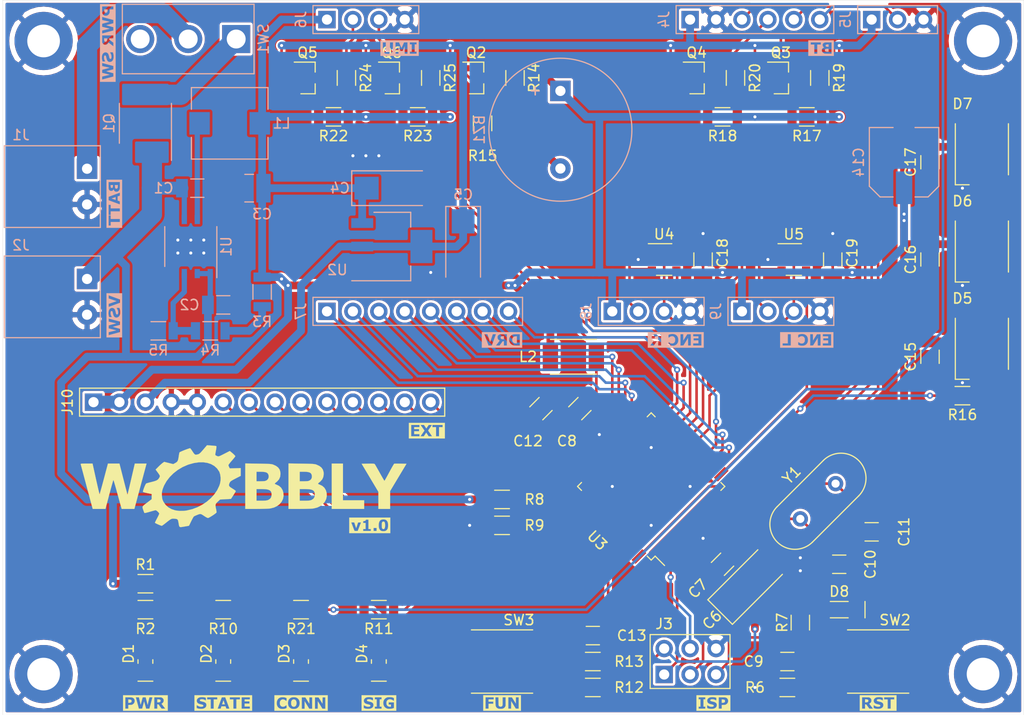
<source format=kicad_pcb>
(kicad_pcb (version 20171130) (host pcbnew "(5.1.10)-1")
  (title_block (title "Woobly Robot") (rev v1.0) (comment 4 "Author: Mateusz Szymiec"))
  (layers (0 F.Cu signal) (31 B.Cu signal) (34 B.Paste user) (35 F.Paste user) (36 B.SilkS user) (37 F.SilkS user) (38 B.Mask user) (39 F.Mask user) (44 Edge.Cuts user))
  (net 0 "")
  (net 1 "Net-(BZ1-Pad2)")
  (net 2 +5V)
  (net 3 GND)
  (net 4 +BATT)
  (net 5 +3V3)
  (net 6 "Net-(C8-Pad1)")
  (net 7 RESET)
  (net 8 "Net-(C10-Pad1)")
  (net 9 "Net-(C11-Pad1)")
  (net 10 "Net-(C12-Pad1)")
  (net 11 "/Microcontroller and UI/B2")
  (net 12 "Net-(D1-Pad2)")
  (net 13 "Net-(D2-Pad2)")
  (net 14 "Net-(D3-Pad2)")
  (net 15 "Net-(D4-Pad2)")
  (net 16 "Net-(D5-Pad4)")
  (net 17 "Net-(D5-Pad2)")
  (net 18 "Net-(D6-Pad2)")
  (net 19 "Net-(D7-Pad2)")
  (net 20 MOSI)
  (net 21 SCK)
  (net 22 MISO)
  (net 23 "Net-(J4-Pad6)")
  (net 24 "Net-(J4-Pad5)")
  (net 25 "Net-(J4-Pad4)")
  (net 26 "Net-(J4-Pad3)")
  (net 27 "Net-(J6-Pad3)")
  (net 28 "Net-(J6-Pad2)")
  (net 29 C3)
  (net 30 C2)
  (net 31 D5)
  (net 32 C7)
  (net 33 C6)
  (net 34 D4)
  (net 35 C5)
  (net 36 C4)
  (net 37 E3)
  (net 38 "Net-(J8-Pad2)")
  (net 39 E2)
  (net 40 "Net-(J9-Pad2)")
  (net 41 A7)
  (net 42 A6)
  (net 43 A5)
  (net 44 A4)
  (net 45 A3)
  (net 46 A2)
  (net 47 A1)
  (net 48 E5)
  (net 49 E6)
  (net 50 "Net-(L1-Pad1)")
  (net 51 "Net-(Q1-Pad5)")
  (net 52 "Net-(Q2-Pad1)")
  (net 53 RXD)
  (net 54 TXD)
  (net 55 SDA)
  (net 56 SCL)
  (net 57 "Net-(R1-Pad2)")
  (net 58 "Net-(R3-Pad2)")
  (net 59 "Net-(R4-Pad2)")
  (net 60 "Net-(R6-Pad1)")
  (net 61 "/Microcontroller and UI/A0")
  (net 62 "/Microcontroller and UI/B0")
  (net 63 "/Microcontroller and UI/B1")
  (net 64 "Net-(R12-Pad2)")
  (net 65 "/Microcontroller and UI/D6")
  (net 66 "/Microcontroller and UI/B4")
  (net 67 "Net-(U3-Pad43)")
  (net 68 D3)
  (net 69 "Net-(U3-Pad16)")
  (net 70 D2)
  (net 71 "Net-(SW1-Pad3)")
  (net 72 +VSW)
  (module Wobbly:enc_l (layer B.Cu) (at 104.14 58.674 180)
    (fp_text reference G18 hide)
    (fp_text value "ENC L" hide)
  )
  (module Wobbly:enc_r (layer B.Cu) (at 91.313 58.674 180)
    (fp_text reference G17 hide)
    (fp_text value "ENC R" hide)
  )
  (module Wobbly:drv (layer B.Cu) (at 74.295 58.674 180)
    (fp_text reference G16 hide)
    (fp_text value DRV hide)
  )
  (module Wobbly:conn (layer F.Cu) (at 54.61 94.234)
    (fp_text reference G6 hide)
    (fp_text value CONN hide)
  )
  (module Wobbly:bt (layer B.Cu) (at 105.537 30.099 180)
    (fp_text reference G15 hide)
    (fp_text value BT hide)
  )
  (module Wobbly:imu (layer B.Cu) (at 64.262 30.099 180)
    (fp_text reference G14 hide)
    (fp_text value IMU hide)
  )
  (module Wobbly:pwr_sw (layer B.Cu) (at 35.687 29.591 270)
    (fp_text reference G13 hide)
    (fp_text value "PWR SW" hide)
  )
  (module Wobbly:vsw (layer B.Cu) (at 36.322 56.261 270)
    (fp_text reference G12 hide)
    (fp_text value VSW hide)
  )
  (module Wobbly:batt (layer B.Cu) (at 36.322 45.339 270)
    (fp_text reference G11 hide)
    (fp_text value BATT hide)
  )
  (module Wobbly:ext (layer F.Cu) (at 66.929 67.564)
    (fp_text reference G3 hide)
    (fp_text value EXT hide)
  )
  (module Wobbly:rst (layer F.Cu) (at 111.125 94.234)
    (fp_text reference G10 hide)
    (fp_text value RST hide)
  )
  (module Wobbly:isp (layer F.Cu) (at 94.996 94.234)
    (fp_text reference G9 hide)
    (fp_text value ISP hide)
  )
  (module Wobbly:fun (layer F.Cu) (at 74.295 94.234)
    (fp_text reference G8 hide)
    (fp_text value FUN hide)
  )
  (module Wobbly:sig (layer F.Cu) (at 62.23 94.234)
    (fp_text reference G7 hide)
    (fp_text value SIG hide)
  )
  (module Wobbly:state (layer F.Cu) (at 46.99 94.234)
    (fp_text reference G5 hide)
    (fp_text value STATE hide)
  )
  (module Wobbly:pwr (layer F.Cu) (at 39.37 94.234)
    (fp_text reference G4 hide)
    (fp_text value PWR hide)
  )
  (module Wobbly:version (layer F.Cu) (at 61.341 76.835)
    (fp_text reference G2 hide)
    (fp_text value VERSION hide)
  )
  (module Wobbly:wobbly_logo (layer F.Cu) (at 48.895 73.025)
    (fp_text reference G1 hide)
    (fp_text value LOGO hide)
  )
  (module Library:SOT-223-4 (layer B.Cu) (at 63.5 49.53)
    (fp_text reference U2 (at -5.334 2.286) (layer B.SilkS) (effects (justify mirror)))
    (fp_text value LM1117)
    (pad 4 smd rect (at 2.9 0 90) (size 3.250001 2.15) (layers B.Cu B.Paste B.Mask) (net 5 +3V3))
    (pad 3 smd rect (at -2.9 -2.3 90) (size 0.95 2.15) (layers B.Cu B.Paste B.Mask) (net 2 +5V))
    (pad 2 smd rect (at -2.9 0 90) (size 0.95 2.15) (layers B.Cu B.Paste B.Mask) (net 5 +3V3))
    (pad 1 smd rect (at -2.9 2.3 90) (size 0.95 2.15) (layers B.Cu B.Paste B.Mask) (net 3 GND))
  )
  (module Library:SW_Push_SCHURTER_1301.9319 (layer F.Cu) (at 74.295 90.17)
    (fp_text reference SW3 (at 1.651 -4.064) (layer F.SilkS))
    (fp_text value SW_Push)
    (pad 1 smd rect (at -5 -2.25) (size 2.1 1.4) (layers F.Cu F.Paste F.Mask) (net 64 "Net-(R12-Pad2)"))
    (pad 2 smd rect (at -5 2.25) (size 2.1 1.4) (layers F.Cu F.Paste F.Mask) (net 3 GND))
    (pad 1 smd rect (at 5 -2.25) (size 2.1 1.4) (layers F.Cu F.Paste F.Mask) (net 64 "Net-(R12-Pad2)"))
    (pad 2 smd rect (at 5 2.25) (size 2.1 1.4) (layers F.Cu F.Paste F.Mask) (net 3 GND))
  )
  (module Library:SW_Push_SCHURTER_1301.9319 (layer F.Cu) (at 111.125 90.17)
    (fp_text reference SW2 (at 1.651 -4.064) (layer F.SilkS))
    (fp_text value SW_Push)
    (pad 2 smd rect (at 5 2.25) (size 2.1 1.4) (layers F.Cu F.Paste F.Mask) (net 60 "Net-(R6-Pad1)"))
    (pad 1 smd rect (at 5 -2.25) (size 2.1 1.4) (layers F.Cu F.Paste F.Mask) (net 7 RESET))
    (pad 2 smd rect (at -5 2.25) (size 2.1 1.4) (layers F.Cu F.Paste F.Mask) (net 60 "Net-(R6-Pad1)"))
    (pad 1 smd rect (at -5 -2.25) (size 2.1 1.4) (layers F.Cu F.Paste F.Mask) (net 7 RESET))
  )
  (module Library:PinHeader_1x14_P2.54mm (layer F.Cu) (at 34.29 64.77 90)
    (fp_text reference J10 (at 0 -2.55 90) (layer F.SilkS))
    (fp_text value Conn_01x14)
    (pad 14 thru_hole oval (at 0 33.02 90) (size 1.7 1.7) (drill 1) (layers *.Cu *.Mask) (net 41 A7))
    (pad 13 thru_hole oval (at 0 30.48 90) (size 1.7 1.7) (drill 1) (layers *.Cu *.Mask) (net 42 A6))
    (pad 12 thru_hole oval (at 0 27.94 90) (size 1.7 1.7) (drill 1) (layers *.Cu *.Mask) (net 43 A5))
    (pad 11 thru_hole oval (at 0 25.4 90) (size 1.7 1.7) (drill 1) (layers *.Cu *.Mask) (net 44 A4))
    (pad 10 thru_hole oval (at 0 22.86 90) (size 1.7 1.7) (drill 1) (layers *.Cu *.Mask) (net 45 A3))
    (pad 9 thru_hole oval (at 0 20.32 90) (size 1.7 1.7) (drill 1) (layers *.Cu *.Mask) (net 46 A2))
    (pad 8 thru_hole oval (at 0 17.78 90) (size 1.7 1.7) (drill 1) (layers *.Cu *.Mask) (net 47 A1))
    (pad 7 thru_hole oval (at 0 15.24 90) (size 1.7 1.7) (drill 1) (layers *.Cu *.Mask) (net 48 E5))
    (pad 6 thru_hole oval (at 0 12.7 90) (size 1.7 1.7) (drill 1) (layers *.Cu *.Mask) (net 49 E6))
    (pad 5 thru_hole oval (at 0 10.16 90) (size 1.7 1.7) (drill 1) (layers *.Cu *.Mask) (net 3 GND))
    (pad 4 thru_hole oval (at 0 7.62 90) (size 1.7 1.7) (drill 1) (layers *.Cu *.Mask) (net 3 GND))
    (pad 3 thru_hole oval (at 0 5.08 90) (size 1.7 1.7) (drill 1) (layers *.Cu *.Mask) (net 5 +3V3))
    (pad 2 thru_hole oval (at 0 2.54 90) (size 1.7 1.7) (drill 1) (layers *.Cu *.Mask) (net 2 +5V))
    (pad 1 thru_hole rect (at 0 0 90) (size 1.7 1.7) (drill 1) (layers *.Cu *.Mask) (net 2 +5V))
  )
  (module MountingHole:MountingHole_3.2mm_M3_ISO7380_Pad (layer F.Cu) (at 29.4 91.4)
    (fp_text reference H4 hide)
    (fp_text value MountingHole_Pad)
    (pad 1 thru_hole circle (at 0 0) (size 5.7 5.7) (drill 3.2) (layers *.Cu *.Mask) (net 3 GND))
  )
  (module MountingHole:MountingHole_3.2mm_M3_ISO7380_Pad (layer F.Cu) (at 121.4 91.4)
    (fp_text reference H3 hide)
    (fp_text value MountingHole_Pad)
    (pad 1 thru_hole circle (at 0 0) (size 5.7 5.7) (drill 3.2) (layers *.Cu *.Mask) (net 3 GND))
  )
  (module MountingHole:MountingHole_3.2mm_M3_ISO7380_Pad (layer F.Cu) (at 121.4 29.4)
    (fp_text reference H2 hide)
    (fp_text value MountingHole_Pad)
    (pad 1 thru_hole circle (at 0 0) (size 5.7 5.7) (drill 3.2) (layers *.Cu *.Mask) (net 3 GND))
  )
  (module MountingHole:MountingHole_3.2mm_M3_ISO7380_Pad (layer F.Cu) (at 29.4 29.4)
    (fp_text reference H1 hide)
    (fp_text value MountingHole_Pad)
    (pad 1 thru_hole circle (at 0 0) (size 5.7 5.7) (drill 3.2) (layers *.Cu *.Mask) (net 3 GND))
  )
  (module Library:SO-8 (layer B.Cu) (at 39.37 37.465 90)
    (fp_text reference Q1 (at 0 -3.556 90) (layer B.SilkS) (effects (justify mirror)))
    (fp_text value FDS4141)
    (pad 8 smd rect (at 2.8 1.905 90) (size 1.75 0.65) (layers B.Cu B.Paste B.Mask) (net 51 "Net-(Q1-Pad5)"))
    (pad 7 smd rect (at 2.8 0.635 90) (size 1.75 0.65) (layers B.Cu B.Paste B.Mask) (net 51 "Net-(Q1-Pad5)"))
    (pad 6 smd rect (at 2.8 -0.635 90) (size 1.75 0.65) (layers B.Cu B.Paste B.Mask) (net 51 "Net-(Q1-Pad5)"))
    (pad 5 smd rect (at 2.8 -1.905 90) (size 1.75 0.65) (layers B.Cu B.Paste B.Mask) (net 51 "Net-(Q1-Pad5)"))
    (pad 4 smd rect (at -2.8 -1.905 90) (size 1.75 0.65) (layers B.Cu B.Paste B.Mask) (net 3 GND))
    (pad 3 smd rect (at -2.8 -0.635 90) (size 1.75 0.65) (layers B.Cu B.Paste B.Mask) (net 72 +VSW))
    (pad 2 smd rect (at -2.8 0.635 90) (size 1.75 0.65) (layers B.Cu B.Paste B.Mask) (net 72 +VSW))
    (pad 1 smd rect (at -2.8 1.905 90) (size 1.75 0.65) (layers B.Cu B.Paste B.Mask) (net 72 +VSW))
  )
  (module Library:Buzzer_13.8x6.8RM7.6 (layer B.Cu) (at 80.01 34.29 270)
    (fp_text reference BZ1 (at 3.8 7.925 90) (layer B.SilkS) (effects (justify mirror)))
    (fp_text value Buzzer)
    (fp_text user + (at 0 2.54 90) (layer B.SilkS) (effects (justify mirror)))
    (pad 2 thru_hole circle (at 7.6 0 270) (size 2 2) (drill 1) (layers *.Cu *.Mask) (net 1 "Net-(BZ1-Pad2)"))
    (pad 1 thru_hole rect (at 0 0 270) (size 2 2) (drill 1) (layers *.Cu *.Mask) (net 2 +5V))
  )
  (module Library:Crystal_HC49US (layer F.Cu) (at 103.505 76.2 45)
    (fp_text reference Y1 (at 2.44 -3.63 45) (layer F.SilkS))
    (fp_text value Crystal)
    (pad 2 thru_hole circle (at 4.88 0 45) (size 1.5 1.5) (drill 0.8) (layers *.Cu *.Mask) (net 9 "Net-(C11-Pad1)"))
    (pad 1 thru_hole circle (at 0 0 45) (size 1.5 1.5) (drill 0.8) (layers *.Cu *.Mask) (net 8 "Net-(C10-Pad1)"))
  )
  (module Library:SOT-457 (layer F.Cu) (at 102.87 50.8)
    (fp_text reference U5 (at 0 -2.475) (layer F.SilkS))
    (fp_text value 74LVC1G58)
    (pad 4 smd rect (at 1.2 0.95) (size 0.8 0.55) (layers F.Cu F.Paste F.Mask) (net 68 D3))
    (pad 5 smd rect (at 1.2 0) (size 0.8 0.55) (layers F.Cu F.Paste F.Mask) (net 2 +5V))
    (pad 6 smd rect (at 1.2 -0.95) (size 0.8 0.55) (layers F.Cu F.Paste F.Mask) (net 39 E2))
    (pad 3 smd rect (at -1.2 0.95) (size 0.8 0.55) (layers F.Cu F.Paste F.Mask) (net 40 "Net-(J9-Pad2)"))
    (pad 2 smd rect (at -1.2 0) (size 0.8 0.55) (layers F.Cu F.Paste F.Mask) (net 3 GND))
    (pad 1 smd rect (at -1.2 -0.95) (size 0.8 0.55) (layers F.Cu F.Paste F.Mask) (net 40 "Net-(J9-Pad2)"))
  )
  (module Library:SOT-457 (layer F.Cu) (at 90.17 50.8)
    (fp_text reference U4 (at 0 -2.475) (layer F.SilkS))
    (fp_text value 74LVC1G58)
    (pad 4 smd rect (at 1.2 0.95) (size 0.8 0.55) (layers F.Cu F.Paste F.Mask) (net 70 D2))
    (pad 5 smd rect (at 1.2 0) (size 0.8 0.55) (layers F.Cu F.Paste F.Mask) (net 2 +5V))
    (pad 6 smd rect (at 1.2 -0.95) (size 0.8 0.55) (layers F.Cu F.Paste F.Mask) (net 37 E3))
    (pad 3 smd rect (at -1.2 0.95) (size 0.8 0.55) (layers F.Cu F.Paste F.Mask) (net 38 "Net-(J8-Pad2)"))
    (pad 2 smd rect (at -1.2 0) (size 0.8 0.55) (layers F.Cu F.Paste F.Mask) (net 3 GND))
    (pad 1 smd rect (at -1.2 -0.95) (size 0.8 0.55) (layers F.Cu F.Paste F.Mask) (net 38 "Net-(J8-Pad2)"))
  )
  (module Library:TQFP-44 (layer F.Cu) (at 88.9 73.025 135)
    (fp_text reference U3 (at 0 -7.475 135) (layer F.SilkS))
    (fp_text value ATmega324PB-AU)
    (pad 40 smd rect (at -0.8 -5.7 45) (size 1.5 0.55) (layers F.Cu F.Paste F.Mask) (net 62 "/Microcontroller and UI/B0"))
    (pad 42 smd rect (at -2.4 -5.7 45) (size 1.5 0.55) (layers F.Cu F.Paste F.Mask) (net 11 "/Microcontroller and UI/B2"))
    (pad 43 smd rect (at -3.2 -5.7 45) (size 1.5 0.55) (layers F.Cu F.Paste F.Mask) (net 67 "Net-(U3-Pad43)"))
    (pad 37 smd rect (at 1.6 -5.7 45) (size 1.5 0.55) (layers F.Cu F.Paste F.Mask) (net 61 "/Microcontroller and UI/A0"))
    (pad 35 smd rect (at 3.2 -5.7 45) (size 1.5 0.55) (layers F.Cu F.Paste F.Mask) (net 46 A2))
    (pad 39 smd rect (at 0 -5.7 45) (size 1.5 0.55) (layers F.Cu F.Paste F.Mask) (net 49 E6))
    (pad 41 smd rect (at -1.6 -5.7 45) (size 1.5 0.55) (layers F.Cu F.Paste F.Mask) (net 63 "/Microcontroller and UI/B1"))
    (pad 38 smd rect (at 0.8 -5.7 45) (size 1.5 0.55) (layers F.Cu F.Paste F.Mask) (net 48 E5))
    (pad 34 smd rect (at 4 -5.7 45) (size 1.5 0.55) (layers F.Cu F.Paste F.Mask) (net 45 A3))
    (pad 44 smd rect (at -4 -5.7 45) (size 1.5 0.55) (layers F.Cu F.Paste F.Mask) (net 66 "/Microcontroller and UI/B4"))
    (pad 36 smd rect (at 2.4 -5.7 45) (size 1.5 0.55) (layers F.Cu F.Paste F.Mask) (net 47 A1))
    (pad 12 smd rect (at -4 5.7 45) (size 1.5 0.55) (layers F.Cu F.Paste F.Mask) (net 68 D3))
    (pad 15 smd rect (at -1.6 5.7 45) (size 1.5 0.55) (layers F.Cu F.Paste F.Mask) (net 65 "/Microcontroller and UI/D6"))
    (pad 21 smd rect (at 3.2 5.7 45) (size 1.5 0.55) (layers F.Cu F.Paste F.Mask) (net 30 C2))
    (pad 19 smd rect (at 1.6 5.7 45) (size 1.5 0.55) (layers F.Cu F.Paste F.Mask) (net 56 SCL))
    (pad 17 smd rect (at 0 5.7 45) (size 1.5 0.55) (layers F.Cu F.Paste F.Mask) (net 39 E2))
    (pad 13 smd rect (at -3.2 5.7 45) (size 1.5 0.55) (layers F.Cu F.Paste F.Mask) (net 34 D4))
    (pad 22 smd rect (at 4 5.7 45) (size 1.5 0.55) (layers F.Cu F.Paste F.Mask) (net 29 C3))
    (pad 20 smd rect (at 2.4 5.7 45) (size 1.5 0.55) (layers F.Cu F.Paste F.Mask) (net 55 SDA))
    (pad 16 smd rect (at -0.8 5.7 45) (size 1.5 0.55) (layers F.Cu F.Paste F.Mask) (net 69 "Net-(U3-Pad16)"))
    (pad 18 smd rect (at 0.8 5.7 45) (size 1.5 0.55) (layers F.Cu F.Paste F.Mask) (net 37 E3))
    (pad 14 smd rect (at -2.4 5.7 45) (size 1.5 0.55) (layers F.Cu F.Paste F.Mask) (net 31 D5))
    (pad 23 smd rect (at 5.7 4 135) (size 1.5 0.55) (layers F.Cu F.Paste F.Mask) (net 36 C4))
    (pad 26 smd rect (at 5.7 1.6 135) (size 1.5 0.55) (layers F.Cu F.Paste F.Mask) (net 32 C7))
    (pad 32 smd rect (at 5.7 -3.2 135) (size 1.5 0.55) (layers F.Cu F.Paste F.Mask) (net 43 A5))
    (pad 30 smd rect (at 5.7 -1.6 135) (size 1.5 0.55) (layers F.Cu F.Paste F.Mask) (net 41 A7))
    (pad 28 smd rect (at 5.7 0 135) (size 1.5 0.55) (layers F.Cu F.Paste F.Mask) (net 3 GND))
    (pad 24 smd rect (at 5.7 3.2 135) (size 1.5 0.55) (layers F.Cu F.Paste F.Mask) (net 35 C5))
    (pad 33 smd rect (at 5.7 -4 135) (size 1.5 0.55) (layers F.Cu F.Paste F.Mask) (net 44 A4))
    (pad 31 smd rect (at 5.7 -2.4 135) (size 1.5 0.55) (layers F.Cu F.Paste F.Mask) (net 42 A6))
    (pad 27 smd rect (at 5.7 0.8 135) (size 1.5 0.55) (layers F.Cu F.Paste F.Mask) (net 6 "Net-(C8-Pad1)"))
    (pad 29 smd rect (at 5.7 -0.8 135) (size 1.5 0.55) (layers F.Cu F.Paste F.Mask) (net 10 "Net-(C12-Pad1)"))
    (pad 25 smd rect (at 5.7 2.4 135) (size 1.5 0.55) (layers F.Cu F.Paste F.Mask) (net 33 C6))
    (pad 11 smd rect (at -5.7 4 135) (size 1.5 0.55) (layers F.Cu F.Paste F.Mask) (net 70 D2))
    (pad 10 smd rect (at -5.7 3.2 135) (size 1.5 0.55) (layers F.Cu F.Paste F.Mask) (net 54 TXD))
    (pad 9 smd rect (at -5.7 2.4 135) (size 1.5 0.55) (layers F.Cu F.Paste F.Mask) (net 53 RXD))
    (pad 8 smd rect (at -5.7 1.6 135) (size 1.5 0.55) (layers F.Cu F.Paste F.Mask) (net 9 "Net-(C11-Pad1)"))
    (pad 7 smd rect (at -5.7 0.8 135) (size 1.5 0.55) (layers F.Cu F.Paste F.Mask) (net 8 "Net-(C10-Pad1)"))
    (pad 6 smd rect (at -5.7 0 135) (size 1.5 0.55) (layers F.Cu F.Paste F.Mask) (net 3 GND))
    (pad 5 smd rect (at -5.7 -0.8 135) (size 1.5 0.55) (layers F.Cu F.Paste F.Mask) (net 2 +5V))
    (pad 4 smd rect (at -5.7 -1.6 135) (size 1.5 0.55) (layers F.Cu F.Paste F.Mask) (net 7 RESET))
    (pad 3 smd rect (at -5.7 -2.4 135) (size 1.5 0.55) (layers F.Cu F.Paste F.Mask) (net 21 SCK))
    (pad 2 smd rect (at -5.7 -3.2 135) (size 1.5 0.55) (layers F.Cu F.Paste F.Mask) (net 22 MISO))
    (pad 1 smd rect (at -5.7 -4 135) (size 1.5 0.55) (layers F.Cu F.Paste F.Mask) (net 20 MOSI))
  )
  (module Library:Power_SO-8 (layer B.Cu) (at 43.815 49.53 90)
    (fp_text reference U1 (at 0 3.475 90) (layer B.SilkS) (effects (justify mirror)))
    (fp_text value ST1S10PHR)
    (pad 9 smd rect (at 0 0 90) (size 2.6 3.5) (layers B.Cu B.Paste B.Mask) (net 3 GND))
    (pad 8 smd rect (at 2.65 1.905 90) (size 0.9 0.51) (layers B.Cu B.Paste B.Mask) (net 3 GND))
    (pad 7 smd rect (at 2.65 0.635 90) (size 0.9 0.51) (layers B.Cu B.Paste B.Mask) (net 50 "Net-(L1-Pad1)"))
    (pad 6 smd rect (at 2.65 -0.635 90) (size 0.9 0.51) (layers B.Cu B.Paste B.Mask) (net 72 +VSW))
    (pad 5 smd rect (at 2.65 -1.905 90) (size 0.9 0.51) (layers B.Cu B.Paste B.Mask) (net 3 GND))
    (pad 4 smd rect (at -2.65 -1.905 90) (size 0.9 0.51) (layers B.Cu B.Paste B.Mask) (net 3 GND))
    (pad 3 smd rect (at -2.65 -0.635 90) (size 0.9 0.51) (layers B.Cu B.Paste B.Mask) (net 59 "Net-(R4-Pad2)"))
    (pad 2 smd rect (at -2.65 0.635 90) (size 0.9 0.51) (layers B.Cu B.Paste B.Mask) (net 72 +VSW))
    (pad 1 smd rect (at -2.65 1.905 90) (size 0.9 0.51) (layers B.Cu B.Paste B.Mask) (net 72 +VSW))
  )
  (module Library:SW_Slide_CE_SL19121 (layer B.Cu) (at 48.26 29.21 90)
    (fp_text reference SW1 (at 0 2.675 270) (layer B.SilkS) (effects (justify mirror)))
    (fp_text value SW_SPDT)
    (pad 3 thru_hole oval (at 0 -9.4 90) (size 2.75 2.75) (drill 1.85) (layers *.Cu *.Mask) (net 71 "Net-(SW1-Pad3)"))
    (pad 2 thru_hole oval (at 0 -4.7 90) (size 2.75 2.75) (drill 1.85) (layers *.Cu *.Mask) (net 4 +BATT))
    (pad 1 thru_hole rect (at 0 0 90) (size 2.75 2.75) (drill 1.85) (layers *.Cu *.Mask) (net 51 "Net-(Q1-Pad5)"))
  )
  (module Library:R_1206 (layer F.Cu) (at 67.31 33.02 90)
    (fp_text reference R25 (at 0 1.905 90) (layer F.SilkS))
    (fp_text value 10k)
    (pad 2 smd rect (at 1.45 0 90) (size 0.9 1.7) (layers F.Cu F.Paste F.Mask) (net 27 "Net-(J6-Pad3)"))
    (pad 1 smd rect (at -1.45 0 90) (size 0.9 1.7) (layers F.Cu F.Paste F.Mask) (net 5 +3V3))
  )
  (module Library:R_1206 (layer F.Cu) (at 59.055 33.02 90)
    (fp_text reference R24 (at 0 1.905 90) (layer F.SilkS))
    (fp_text value 10k)
    (pad 1 smd rect (at -1.45 0 90) (size 0.9 1.7) (layers F.Cu F.Paste F.Mask) (net 5 +3V3))
    (pad 2 smd rect (at 1.45 0 90) (size 0.9 1.7) (layers F.Cu F.Paste F.Mask) (net 28 "Net-(J6-Pad2)"))
  )
  (module Library:R_1206 (layer F.Cu) (at 66.04 36.83 180)
    (fp_text reference R23 (at 0 -1.875) (layer F.SilkS))
    (fp_text value 10k)
    (pad 2 smd rect (at 1.45 0 180) (size 0.9 1.7) (layers F.Cu F.Paste F.Mask) (net 56 SCL))
    (pad 1 smd rect (at -1.45 0 180) (size 0.9 1.7) (layers F.Cu F.Paste F.Mask) (net 2 +5V))
  )
  (module Library:R_1206 (layer F.Cu) (at 57.785 36.83 180)
    (fp_text reference R22 (at 0 -1.875) (layer F.SilkS))
    (fp_text value 10k)
    (pad 1 smd rect (at -1.45 0 180) (size 0.9 1.7) (layers F.Cu F.Paste F.Mask) (net 2 +5V))
    (pad 2 smd rect (at 1.45 0 180) (size 0.9 1.7) (layers F.Cu F.Paste F.Mask) (net 55 SDA))
  )
  (module Library:R_1206 (layer F.Cu) (at 54.61 85.09 180)
    (fp_text reference R21 (at 0 -1.875) (layer F.SilkS))
    (fp_text value 1k)
    (pad 2 smd rect (at 1.45 0 180) (size 0.9 1.7) (layers F.Cu F.Paste F.Mask) (net 14 "Net-(D3-Pad2)"))
    (pad 1 smd rect (at -1.45 0 180) (size 0.9 1.7) (layers F.Cu F.Paste F.Mask) (net 23 "Net-(J4-Pad6)"))
  )
  (module Library:R_1206 (layer F.Cu) (at 97.155 33.02 90)
    (fp_text reference R20 (at 0 1.905 90) (layer F.SilkS))
    (fp_text value 10k)
    (pad 1 smd rect (at -1.45 0 90) (size 0.9 1.7) (layers F.Cu F.Paste F.Mask) (net 5 +3V3))
    (pad 2 smd rect (at 1.45 0 90) (size 0.9 1.7) (layers F.Cu F.Paste F.Mask) (net 25 "Net-(J4-Pad4)"))
  )
  (module Library:R_1206 (layer F.Cu) (at 105.41 33.02 90)
    (fp_text reference R19 (at 0 1.905 90) (layer F.SilkS))
    (fp_text value 10k)
    (pad 1 smd rect (at -1.45 0 90) (size 0.9 1.7) (layers F.Cu F.Paste F.Mask) (net 5 +3V3))
    (pad 2 smd rect (at 1.45 0 90) (size 0.9 1.7) (layers F.Cu F.Paste F.Mask) (net 26 "Net-(J4-Pad3)"))
  )
  (module Library:R_1206 (layer F.Cu) (at 95.885 36.83 180)
    (fp_text reference R18 (at 0 -1.875) (layer F.SilkS))
    (fp_text value 10k)
    (pad 1 smd rect (at -1.45 0 180) (size 0.9 1.7) (layers F.Cu F.Paste F.Mask) (net 2 +5V))
    (pad 2 smd rect (at 1.45 0 180) (size 0.9 1.7) (layers F.Cu F.Paste F.Mask) (net 54 TXD))
  )
  (module Library:R_1206 (layer F.Cu) (at 104.14 36.83 180)
    (fp_text reference R17 (at 0 -1.875) (layer F.SilkS))
    (fp_text value 10k)
    (pad 1 smd rect (at -1.45 0 180) (size 0.9 1.7) (layers F.Cu F.Paste F.Mask) (net 2 +5V))
    (pad 2 smd rect (at 1.45 0 180) (size 0.9 1.7) (layers F.Cu F.Paste F.Mask) (net 53 RXD))
  )
  (module Library:R_1206 (layer F.Cu) (at 119.38 64.135 180)
    (fp_text reference R16 (at 0 -1.875) (layer F.SilkS))
    (fp_text value 330R)
    (pad 2 smd rect (at 1.45 0 180) (size 0.9 1.7) (layers F.Cu F.Paste F.Mask) (net 66 "/Microcontroller and UI/B4"))
    (pad 1 smd rect (at -1.45 0 180) (size 0.9 1.7) (layers F.Cu F.Paste F.Mask) (net 16 "Net-(D5-Pad4)"))
  )
  (module Library:R_1206 (layer F.Cu) (at 72.39 37.465 90)
    (fp_text reference R15 (at -3.175 0 180) (layer F.SilkS))
    (fp_text value 10k)
    (pad 2 smd rect (at 1.45 0 90) (size 0.9 1.7) (layers F.Cu F.Paste F.Mask) (net 52 "Net-(Q2-Pad1)"))
    (pad 1 smd rect (at -1.45 0 90) (size 0.9 1.7) (layers F.Cu F.Paste F.Mask) (net 65 "/Microcontroller and UI/D6"))
  )
  (module Library:R_1206 (layer F.Cu) (at 75.565 33.02 270)
    (fp_text reference R14 (at 0 -1.875 90) (layer F.SilkS))
    (fp_text value 10k)
    (pad 2 smd rect (at 1.45 0 270) (size 0.9 1.7) (layers F.Cu F.Paste F.Mask) (net 1 "Net-(BZ1-Pad2)"))
    (pad 1 smd rect (at -1.45 0 270) (size 0.9 1.7) (layers F.Cu F.Paste F.Mask) (net 2 +5V))
  )
  (module Library:R_1206 (layer F.Cu) (at 83.185 90.17 180)
    (fp_text reference R13 (at -3.556 0) (layer F.SilkS))
    (fp_text value 1k)
    (pad 1 smd rect (at -1.45 0 180) (size 0.9 1.7) (layers F.Cu F.Paste F.Mask) (net 11 "/Microcontroller and UI/B2"))
    (pad 2 smd rect (at 1.45 0 180) (size 0.9 1.7) (layers F.Cu F.Paste F.Mask) (net 64 "Net-(R12-Pad2)"))
  )
  (module Library:R_1206 (layer F.Cu) (at 83.185 92.71 180)
    (fp_text reference R12 (at -3.556 0) (layer F.SilkS))
    (fp_text value 10k)
    (pad 1 smd rect (at -1.45 0 180) (size 0.9 1.7) (layers F.Cu F.Paste F.Mask) (net 2 +5V))
    (pad 2 smd rect (at 1.45 0 180) (size 0.9 1.7) (layers F.Cu F.Paste F.Mask) (net 64 "Net-(R12-Pad2)"))
  )
  (module Library:R_1206 (layer F.Cu) (at 62.23 85.09 180)
    (fp_text reference R11 (at 0 -1.875) (layer F.SilkS))
    (fp_text value 1k)
    (pad 2 smd rect (at 1.45 0 180) (size 0.9 1.7) (layers F.Cu F.Paste F.Mask) (net 15 "Net-(D4-Pad2)"))
    (pad 1 smd rect (at -1.45 0 180) (size 0.9 1.7) (layers F.Cu F.Paste F.Mask) (net 63 "/Microcontroller and UI/B1"))
  )
  (module Library:R_1206 (layer F.Cu) (at 46.99 85.09 180)
    (fp_text reference R10 (at 0 -1.875) (layer F.SilkS))
    (fp_text value 1k)
    (pad 2 smd rect (at 1.45 0 180) (size 0.9 1.7) (layers F.Cu F.Paste F.Mask) (net 13 "Net-(D2-Pad2)"))
    (pad 1 smd rect (at -1.45 0 180) (size 0.9 1.7) (layers F.Cu F.Paste F.Mask) (net 62 "/Microcontroller and UI/B0"))
  )
  (module Library:R_1206 (layer F.Cu) (at 74.295 76.835 180)
    (fp_text reference R9 (at -3.175 0) (layer F.SilkS))
    (fp_text value 7k5)
    (pad 2 smd rect (at 1.45 0 180) (size 0.9 1.7) (layers F.Cu F.Paste F.Mask) (net 3 GND))
    (pad 1 smd rect (at -1.45 0 180) (size 0.9 1.7) (layers F.Cu F.Paste F.Mask) (net 61 "/Microcontroller and UI/A0"))
  )
  (module Library:R_1206 (layer F.Cu) (at 74.295 74.295)
    (fp_text reference R8 (at 3.175 0) (layer F.SilkS))
    (fp_text value 4k7)
    (pad 2 smd rect (at 1.45 0) (size 0.9 1.7) (layers F.Cu F.Paste F.Mask) (net 61 "/Microcontroller and UI/A0"))
    (pad 1 smd rect (at -1.45 0) (size 0.9 1.7) (layers F.Cu F.Paste F.Mask) (net 72 +VSW))
  )
  (module Library:R_1206 (layer F.Cu) (at 103.505 86.36 270)
    (fp_text reference R7 (at 0 1.778 90) (layer F.SilkS))
    (fp_text value 4k7)
    (pad 2 smd rect (at 1.45 0 270) (size 0.9 1.7) (layers F.Cu F.Paste F.Mask) (net 7 RESET))
    (pad 1 smd rect (at -1.45 0 270) (size 0.9 1.7) (layers F.Cu F.Paste F.Mask) (net 2 +5V))
  )
  (module Library:R_1206 (layer F.Cu) (at 102.235 92.71 180)
    (fp_text reference R6 (at 3.175 0) (layer F.SilkS))
    (fp_text value 330R)
    (pad 2 smd rect (at 1.45 0 180) (size 0.9 1.7) (layers F.Cu F.Paste F.Mask) (net 3 GND))
    (pad 1 smd rect (at -1.45 0 180) (size 0.9 1.7) (layers F.Cu F.Paste F.Mask) (net 60 "Net-(R6-Pad1)"))
  )
  (module Library:R_1206 (layer B.Cu) (at 40.64 57.785 180)
    (fp_text reference R5 (at 0 -1.905) (layer B.SilkS) (effects (justify mirror)))
    (fp_text value 20k)
    (pad 2 smd rect (at 1.45 0 180) (size 0.9 1.7) (layers B.Cu B.Paste B.Mask) (net 3 GND))
    (pad 1 smd rect (at -1.45 0 180) (size 0.9 1.7) (layers B.Cu B.Paste B.Mask) (net 59 "Net-(R4-Pad2)"))
  )
  (module Library:R_1206 (layer B.Cu) (at 45.72 57.785 180)
    (fp_text reference R4 (at 0 -1.905) (layer B.SilkS) (effects (justify mirror)))
    (fp_text value 5k1)
    (pad 2 smd rect (at 1.45 0 180) (size 0.9 1.7) (layers B.Cu B.Paste B.Mask) (net 59 "Net-(R4-Pad2)"))
    (pad 1 smd rect (at -1.45 0 180) (size 0.9 1.7) (layers B.Cu B.Paste B.Mask) (net 58 "Net-(R3-Pad2)"))
  )
  (module Library:R_1206 (layer B.Cu) (at 50.8 53.975 270)
    (fp_text reference R3 (at 2.921 0 180) (layer B.SilkS) (effects (justify mirror)))
    (fp_text value 100k)
    (pad 1 smd rect (at -1.45 0 270) (size 0.9 1.7) (layers B.Cu B.Paste B.Mask) (net 2 +5V))
    (pad 2 smd rect (at 1.45 0 270) (size 0.9 1.7) (layers B.Cu B.Paste B.Mask) (net 58 "Net-(R3-Pad2)"))
  )
  (module Library:R_1206 (layer F.Cu) (at 39.37 85.09 180)
    (fp_text reference R2 (at 0 -1.875) (layer F.SilkS))
    (fp_text value 1k)
    (pad 2 smd rect (at 1.45 0 180) (size 0.9 1.7) (layers F.Cu F.Paste F.Mask) (net 12 "Net-(D1-Pad2)"))
    (pad 1 smd rect (at -1.45 0 180) (size 0.9 1.7) (layers F.Cu F.Paste F.Mask) (net 57 "Net-(R1-Pad2)"))
  )
  (module Library:R_1206 (layer F.Cu) (at 39.37 82.55)
    (fp_text reference R1 (at 0 -1.875) (layer F.SilkS))
    (fp_text value 1k)
    (pad 2 smd rect (at 1.45 0) (size 0.9 1.7) (layers F.Cu F.Paste F.Mask) (net 57 "Net-(R1-Pad2)"))
    (pad 1 smd rect (at -1.45 0) (size 0.9 1.7) (layers F.Cu F.Paste F.Mask) (net 72 +VSW))
  )
  (module Library:SOT-23 (layer F.Cu) (at 63.5 33.02)
    (fp_text reference Q6 (at 0 -2.475) (layer F.SilkS))
    (fp_text value BSS138)
    (pad 3 smd rect (at 1 0) (size 0.7 0.6) (layers F.Cu F.Paste F.Mask) (net 56 SCL))
    (pad 2 smd rect (at -1 0.95) (size 0.7 0.6) (layers F.Cu F.Paste F.Mask) (net 27 "Net-(J6-Pad3)"))
    (pad 1 smd rect (at -1 -0.95) (size 0.7 0.6) (layers F.Cu F.Paste F.Mask) (net 5 +3V3))
  )
  (module Library:SOT-23 (layer F.Cu) (at 55.245 33.02)
    (fp_text reference Q5 (at 0 -2.475) (layer F.SilkS))
    (fp_text value BSS138)
    (pad 1 smd rect (at -1 -0.95) (size 0.7 0.6) (layers F.Cu F.Paste F.Mask) (net 5 +3V3))
    (pad 2 smd rect (at -1 0.95) (size 0.7 0.6) (layers F.Cu F.Paste F.Mask) (net 28 "Net-(J6-Pad2)"))
    (pad 3 smd rect (at 1 0) (size 0.7 0.6) (layers F.Cu F.Paste F.Mask) (net 55 SDA))
  )
  (module Library:SOT-23 (layer F.Cu) (at 93.345 33.02)
    (fp_text reference Q4 (at 0 -2.475) (layer F.SilkS))
    (fp_text value BSS138)
    (pad 1 smd rect (at -1 -0.95) (size 0.7 0.6) (layers F.Cu F.Paste F.Mask) (net 5 +3V3))
    (pad 2 smd rect (at -1 0.95) (size 0.7 0.6) (layers F.Cu F.Paste F.Mask) (net 25 "Net-(J4-Pad4)"))
    (pad 3 smd rect (at 1 0) (size 0.7 0.6) (layers F.Cu F.Paste F.Mask) (net 54 TXD))
  )
  (module Library:SOT-23 (layer F.Cu) (at 101.6 33.02)
    (fp_text reference Q3 (at 0 -2.475) (layer F.SilkS))
    (fp_text value BSS138)
    (pad 1 smd rect (at -1 -0.95) (size 0.7 0.6) (layers F.Cu F.Paste F.Mask) (net 5 +3V3))
    (pad 2 smd rect (at -1 0.95) (size 0.7 0.6) (layers F.Cu F.Paste F.Mask) (net 26 "Net-(J4-Pad3)"))
    (pad 3 smd rect (at 1 0) (size 0.7 0.6) (layers F.Cu F.Paste F.Mask) (net 53 RXD))
  )
  (module Library:SOT-23 (layer F.Cu) (at 71.755 33.02)
    (fp_text reference Q2 (at 0 -2.475) (layer F.SilkS))
    (fp_text value BSS138)
    (pad 3 smd rect (at 1 0) (size 0.7 0.6) (layers F.Cu F.Paste F.Mask) (net 1 "Net-(BZ1-Pad2)"))
    (pad 2 smd rect (at -1 0.95) (size 0.7 0.6) (layers F.Cu F.Paste F.Mask) (net 3 GND))
    (pad 1 smd rect (at -1 -0.95) (size 0.7 0.6) (layers F.Cu F.Paste F.Mask) (net 52 "Net-(Q2-Pad1)"))
  )
  (module Library:L_TDK_NLC453232 (layer F.Cu) (at 81.28 60.325)
    (fp_text reference L2 (at -4.445 0) (layer F.SilkS))
    (fp_text value 10u)
    (pad 2 smd rect (at 2.25 0) (size 1.5 2.8) (layers F.Cu F.Paste F.Mask) (net 6 "Net-(C8-Pad1)"))
    (pad 1 smd rect (at -2.25 0) (size 1.5 2.8) (layers F.Cu F.Paste F.Mask) (net 2 +5V))
  )
  (module Library:L_TDK_RLF7030 (layer B.Cu) (at 47.625 37.465)
    (fp_text reference L1 (at 5.08 0) (layer B.SilkS) (effects (justify mirror)))
    (fp_text value 3u3)
    (pad 2 smd rect (at 2.95 0) (size 2 2.2) (layers B.Cu B.Paste B.Mask) (net 2 +5V))
    (pad 1 smd rect (at -2.95 0) (size 2 2.2) (layers B.Cu B.Paste B.Mask) (net 50 "Net-(L1-Pad1)"))
  )
  (module Library:PinHeader_1x04_P2.54mm (layer B.Cu) (at 97.79 55.88 270)
    (fp_text reference J9 (at 0 2.5527 270) (layer B.SilkS) (effects (justify mirror)))
    (fp_text value Conn_01x04)
    (pad 4 thru_hole circle (at 0 -7.62 270) (size 1.7 1.7) (drill 1) (layers *.Cu *.Mask) (net 3 GND))
    (pad 3 thru_hole circle (at 0 -5.08 270) (size 1.7 1.7) (drill 1) (layers *.Cu *.Mask) (net 39 E2))
    (pad 2 thru_hole circle (at 0 -2.54 270) (size 1.7 1.7) (drill 1) (layers *.Cu *.Mask) (net 40 "Net-(J9-Pad2)"))
    (pad 1 thru_hole rect (at 0 0 270) (size 1.7 1.7) (drill 1) (layers *.Cu *.Mask) (net 2 +5V))
  )
  (module Library:PinHeader_1x04_P2.54mm (layer B.Cu) (at 85.09 55.88 270)
    (fp_text reference J8 (at 0 2.5527 270) (layer B.SilkS) (effects (justify mirror)))
    (fp_text value Conn_01x04)
    (pad 4 thru_hole circle (at 0 -7.62 270) (size 1.7 1.7) (drill 1) (layers *.Cu *.Mask) (net 3 GND))
    (pad 3 thru_hole circle (at 0 -5.08 270) (size 1.7 1.7) (drill 1) (layers *.Cu *.Mask) (net 37 E3))
    (pad 2 thru_hole circle (at 0 -2.54 270) (size 1.7 1.7) (drill 1) (layers *.Cu *.Mask) (net 38 "Net-(J8-Pad2)"))
    (pad 1 thru_hole rect (at 0 0 270) (size 1.7 1.7) (drill 1) (layers *.Cu *.Mask) (net 2 +5V))
  )
  (module Library:PinHeader_1x08_P2.54mm (layer B.Cu) (at 57.15 55.88 270)
    (fp_text reference J7 (at 0 2.5527 270) (layer B.SilkS) (effects (justify mirror)))
    (fp_text value Conn_01x08)
    (pad 8 thru_hole circle (at 0 -17.78 270) (size 1.7 1.7) (drill 1) (layers *.Cu *.Mask) (net 29 C3))
    (pad 7 thru_hole circle (at 0 -15.24 270) (size 1.7 1.7) (drill 1) (layers *.Cu *.Mask) (net 30 C2))
    (pad 6 thru_hole circle (at 0 -12.7 270) (size 1.7 1.7) (drill 1) (layers *.Cu *.Mask) (net 31 D5))
    (pad 5 thru_hole circle (at 0 -10.16 270) (size 1.7 1.7) (drill 1) (layers *.Cu *.Mask) (net 32 C7))
    (pad 4 thru_hole circle (at 0 -7.62 270) (size 1.7 1.7) (drill 1) (layers *.Cu *.Mask) (net 33 C6))
    (pad 3 thru_hole circle (at 0 -5.08 270) (size 1.7 1.7) (drill 1) (layers *.Cu *.Mask) (net 34 D4))
    (pad 2 thru_hole circle (at 0 -2.54 270) (size 1.7 1.7) (drill 1) (layers *.Cu *.Mask) (net 35 C5))
    (pad 1 thru_hole rect (at 0 0 270) (size 1.7 1.7) (drill 1) (layers *.Cu *.Mask) (net 36 C4))
  )
  (module Library:PinHeader_1x04_P2.54mm (layer B.Cu) (at 57.15 27.305 270)
    (fp_text reference J6 (at 0 2.5527 270) (layer B.SilkS) (effects (justify mirror)))
    (fp_text value Conn_01x04)
    (pad 4 thru_hole circle (at 0 -7.62 270) (size 1.7 1.7) (drill 1) (layers *.Cu *.Mask) (net 3 GND))
    (pad 3 thru_hole circle (at 0 -5.08 270) (size 1.7 1.7) (drill 1) (layers *.Cu *.Mask) (net 27 "Net-(J6-Pad3)"))
    (pad 2 thru_hole circle (at 0 -2.54 270) (size 1.7 1.7) (drill 1) (layers *.Cu *.Mask) (net 28 "Net-(J6-Pad2)"))
    (pad 1 thru_hole rect (at 0 0 270) (size 1.7 1.7) (drill 1) (layers *.Cu *.Mask) (net 2 +5V))
  )
  (module Library:PinHeader_1x03_P2.54mm (layer B.Cu) (at 110.49 27.305 270)
    (fp_text reference J5 (at 0 2.5527 270) (layer B.SilkS) (effects (justify mirror)))
    (fp_text value Conn_01x03)
    (pad 3 thru_hole circle (at 0 -5.08 270) (size 1.7 1.7) (drill 1) (layers *.Cu *.Mask) (net 3 GND))
    (pad 2 thru_hole circle (at 0 -2.54 270) (size 1.7 1.7) (drill 1) (layers *.Cu *.Mask) (net 24 "Net-(J4-Pad5)"))
    (pad 1 thru_hole rect (at 0 0 270) (size 1.7 1.7) (drill 1) (layers *.Cu *.Mask) (net 5 +3V3))
  )
  (module Library:PinHeader_1x06_P2.54mm (layer B.Cu) (at 92.71 27.305 270)
    (fp_text reference J4 (at 0 2.5527 270) (layer B.SilkS) (effects (justify mirror)))
    (fp_text value Conn_01x06)
    (pad 6 thru_hole circle (at 0 -12.7 270) (size 1.7 1.7) (drill 1) (layers *.Cu *.Mask) (net 23 "Net-(J4-Pad6)"))
    (pad 5 thru_hole circle (at 0 -10.16 270) (size 1.7 1.7) (drill 1) (layers *.Cu *.Mask) (net 24 "Net-(J4-Pad5)"))
    (pad 4 thru_hole circle (at 0 -7.62 270) (size 1.7 1.7) (drill 1) (layers *.Cu *.Mask) (net 25 "Net-(J4-Pad4)"))
    (pad 3 thru_hole circle (at 0 -5.08 270) (size 1.7 1.7) (drill 1) (layers *.Cu *.Mask) (net 26 "Net-(J4-Pad3)"))
    (pad 2 thru_hole circle (at 0 -2.54 270) (size 1.7 1.7) (drill 1) (layers *.Cu *.Mask) (net 3 GND))
    (pad 1 thru_hole rect (at 0 0 270) (size 1.7 1.7) (drill 1) (layers *.Cu *.Mask) (net 5 +3V3))
  )
  (module Library:PinHeader_2x03_P2.54mm (layer F.Cu) (at 90.17 91.44 90)
    (fp_text reference J3 (at 4.953 0 180) (layer F.SilkS))
    (fp_text value Conn_02x03_Odd_Even)
    (pad 6 thru_hole circle (at 2.54 5.08 90) (size 1.7 1.7) (drill 1) (layers *.Cu *.Mask) (net 3 GND))
    (pad 5 thru_hole circle (at 0 5.08 90) (size 1.7 1.7) (drill 1) (layers *.Cu *.Mask) (net 7 RESET))
    (pad 4 thru_hole circle (at 2.54 2.54 90) (size 1.7 1.7) (drill 1) (layers *.Cu *.Mask) (net 20 MOSI))
    (pad 3 thru_hole circle (at 0 2.54 90) (size 1.7 1.7) (drill 1) (layers *.Cu *.Mask) (net 21 SCK))
    (pad 2 thru_hole circle (at 2.54 0 90) (size 1.7 1.7) (drill 1) (layers *.Cu *.Mask) (net 2 +5V))
    (pad 1 thru_hole rect (at 0 0 90) (size 1.7 1.7) (drill 1) (layers *.Cu *.Mask) (net 22 MISO))
  )
  (module Library:Degson_15EDGRC-3.5 (layer B.Cu) (at 33.655 52.705 270)
    (fp_text reference J2 (at -3.302 6.477) (layer B.SilkS) (effects (justify mirror)))
    (fp_text value Conn_01x02)
    (pad 2 thru_hole oval (at 3.5 0 270) (size 2 2) (drill 1) (layers *.Cu *.Mask) (net 3 GND))
    (pad 1 thru_hole rect (at 0 0 270) (size 2 2) (drill 1) (layers *.Cu *.Mask) (net 72 +VSW))
  )
  (module Library:Degson_15EDGRC-3.5 (layer B.Cu) (at 33.655 41.91 270)
    (fp_text reference J1 (at -3.302 6.477 180) (layer B.SilkS) (effects (justify mirror)))
    (fp_text value Conn_01x02)
    (pad 2 thru_hole oval (at 3.5 0 270) (size 2 2) (drill 1) (layers *.Cu *.Mask) (net 3 GND))
    (pad 1 thru_hole rect (at 0 0 270) (size 2 2) (drill 1) (layers *.Cu *.Mask) (net 4 +BATT))
  )
  (module Library:D_SOD-80 (layer F.Cu) (at 107.315 85.09 180)
    (fp_text reference D8 (at 0 1.778) (layer F.SilkS))
    (fp_text value D)
    (pad 2 smd rect (at 1.7 0 180) (size 1.1 1.65) (layers F.Cu F.Paste F.Mask) (net 7 RESET))
    (pad 1 smd rect (at -1.7 0 180) (size 1.1 1.65) (layers F.Cu F.Paste F.Mask) (net 2 +5V))
  )
  (module Library:LED_WS2812B (layer F.Cu) (at 121.285 40.005 270)
    (fp_text reference D7 (at -4.445 1.905 180) (layer F.SilkS))
    (fp_text value WS2812B)
    (pad 4 smd rect (at 2.45 -1.65 270) (size 1.5 0.9) (layers F.Cu F.Paste F.Mask) (net 18 "Net-(D6-Pad2)"))
    (pad 3 smd rect (at 2.45 1.65 270) (size 1.5 0.9) (layers F.Cu F.Paste F.Mask) (net 3 GND))
    (pad 2 smd rect (at -2.45 1.65 270) (size 1.5 0.9) (layers F.Cu F.Paste F.Mask) (net 19 "Net-(D7-Pad2)"))
    (pad 1 smd rect (at -2.45 -1.65 270) (size 1.5 0.9) (layers F.Cu F.Paste F.Mask) (net 2 +5V))
  )
  (module Library:LED_WS2812B (layer F.Cu) (at 121.285 49.53 270)
    (fp_text reference D6 (at -4.445 1.905 180) (layer F.SilkS))
    (fp_text value WS2812B)
    (pad 4 smd rect (at 2.45 -1.65 270) (size 1.5 0.9) (layers F.Cu F.Paste F.Mask) (net 17 "Net-(D5-Pad2)"))
    (pad 3 smd rect (at 2.45 1.65 270) (size 1.5 0.9) (layers F.Cu F.Paste F.Mask) (net 3 GND))
    (pad 2 smd rect (at -2.45 1.65 270) (size 1.5 0.9) (layers F.Cu F.Paste F.Mask) (net 18 "Net-(D6-Pad2)"))
    (pad 1 smd rect (at -2.45 -1.65 270) (size 1.5 0.9) (layers F.Cu F.Paste F.Mask) (net 2 +5V))
  )
  (module Library:LED_WS2812B (layer F.Cu) (at 121.285 59.055 270)
    (fp_text reference D5 (at -4.445 1.905 180) (layer F.SilkS))
    (fp_text value WS2812B)
    (pad 4 smd rect (at 2.45 -1.65 270) (size 1.5 0.9) (layers F.Cu F.Paste F.Mask) (net 16 "Net-(D5-Pad4)"))
    (pad 3 smd rect (at 2.45 1.65 270) (size 1.5 0.9) (layers F.Cu F.Paste F.Mask) (net 3 GND))
    (pad 2 smd rect (at -2.45 1.65 270) (size 1.5 0.9) (layers F.Cu F.Paste F.Mask) (net 17 "Net-(D5-Pad2)"))
    (pad 1 smd rect (at -2.45 -1.65 270) (size 1.5 0.9) (layers F.Cu F.Paste F.Mask) (net 2 +5V))
  )
  (module Library:LED_0805 (layer F.Cu) (at 62.23 90.17 90)
    (fp_text reference D4 (at 0.762 -1.65 90) (layer F.SilkS))
    (fp_text value "YELLOW LED")
    (pad 2 smd rect (at 1.05 0 90) (size 1.2 1.2) (layers F.Cu F.Paste F.Mask) (net 15 "Net-(D4-Pad2)"))
    (pad 1 smd rect (at -1.05 0 90) (size 1.2 1.2) (layers F.Cu F.Paste F.Mask) (net 3 GND))
  )
  (module Library:LED_0805 (layer F.Cu) (at 54.61 90.17 90)
    (fp_text reference D3 (at 0.762 -1.651 90) (layer F.SilkS))
    (fp_text value "BLUE LED")
    (pad 2 smd rect (at 1.05 0 90) (size 1.2 1.2) (layers F.Cu F.Paste F.Mask) (net 14 "Net-(D3-Pad2)"))
    (pad 1 smd rect (at -1.05 0 90) (size 1.2 1.2) (layers F.Cu F.Paste F.Mask) (net 3 GND))
  )
  (module Library:LED_0805 (layer F.Cu) (at 46.99 90.17 90)
    (fp_text reference D2 (at 0.762 -1.65 90) (layer F.SilkS))
    (fp_text value "GREEN LED")
    (pad 2 smd rect (at 1.05 0 90) (size 1.2 1.2) (layers F.Cu F.Paste F.Mask) (net 13 "Net-(D2-Pad2)"))
    (pad 1 smd rect (at -1.05 0 90) (size 1.2 1.2) (layers F.Cu F.Paste F.Mask) (net 3 GND))
  )
  (module Library:LED_0805 (layer F.Cu) (at 39.37 90.17 90)
    (fp_text reference D1 (at 0.762 -1.651 90) (layer F.SilkS))
    (fp_text value "RED LED")
    (pad 2 smd rect (at 1.05 0 90) (size 1.2 1.2) (layers F.Cu F.Paste F.Mask) (net 12 "Net-(D1-Pad2)"))
    (pad 1 smd rect (at -1.05 0 90) (size 1.2 1.2) (layers F.Cu F.Paste F.Mask) (net 3 GND))
  )
  (module Library:C_1206 (layer F.Cu) (at 106.68 50.8 90)
    (fp_text reference C19 (at 0.635 1.905 90) (layer F.SilkS))
    (fp_text value 100n)
    (pad 2 smd rect (at 1.5 0 90) (size 1.15 1.8) (layers F.Cu F.Paste F.Mask) (net 3 GND))
    (pad 1 smd rect (at -1.5 0 90) (size 1.15 1.8) (layers F.Cu F.Paste F.Mask) (net 2 +5V))
  )
  (module Library:C_1206 (layer F.Cu) (at 93.98 50.8 90)
    (fp_text reference C18 (at 0.635 1.905 90) (layer F.SilkS))
    (fp_text value 100n)
    (pad 2 smd rect (at 1.5 0 90) (size 1.15 1.8) (layers F.Cu F.Paste F.Mask) (net 3 GND))
    (pad 1 smd rect (at -1.5 0 90) (size 1.15 1.8) (layers F.Cu F.Paste F.Mask) (net 2 +5V))
  )
  (module Library:C_1206 (layer F.Cu) (at 116.205 41.275 270)
    (fp_text reference C17 (at 0 1.905 90) (layer F.SilkS))
    (fp_text value 100n)
    (pad 2 smd rect (at 1.5 0 270) (size 1.15 1.8) (layers F.Cu F.Paste F.Mask) (net 3 GND))
    (pad 1 smd rect (at -1.5 0 270) (size 1.15 1.8) (layers F.Cu F.Paste F.Mask) (net 2 +5V))
  )
  (module Library:C_1206 (layer F.Cu) (at 116.205 50.8 270)
    (fp_text reference C16 (at 0 1.905 270) (layer F.SilkS))
    (fp_text value 100n)
    (pad 2 smd rect (at 1.5 0 270) (size 1.15 1.8) (layers F.Cu F.Paste F.Mask) (net 3 GND))
    (pad 1 smd rect (at -1.5 0 270) (size 1.15 1.8) (layers F.Cu F.Paste F.Mask) (net 2 +5V))
  )
  (module Library:C_1206 (layer F.Cu) (at 116.205 60.325 270)
    (fp_text reference C15 (at 0 1.905 90) (layer F.SilkS))
    (fp_text value 100n)
    (pad 2 smd rect (at 1.5 0 270) (size 1.15 1.8) (layers F.Cu F.Paste F.Mask) (net 3 GND))
    (pad 1 smd rect (at -1.5 0 270) (size 1.15 1.8) (layers F.Cu F.Paste F.Mask) (net 2 +5V))
  )
  (module Library:CP_Elec_6.3x5.8 (layer B.Cu) (at 113.665 41.275 90)
    (fp_text reference C14 (at 0 -4.445 90) (layer B.SilkS) (effects (justify mirror)))
    (fp_text value 100u)
    (pad 2 smd rect (at 2.5 0 90) (size 3.2 1.6) (layers B.Cu B.Paste B.Mask) (net 3 GND))
    (pad 1 smd rect (at -2.5 0 90) (size 3.2 1.6) (layers B.Cu B.Paste B.Mask) (net 2 +5V))
  )
  (module Library:C_1206 (layer F.Cu) (at 83.185 87.63 180)
    (fp_text reference C13 (at -3.81 0) (layer F.SilkS))
    (fp_text value 100n)
    (pad 1 smd rect (at -1.5 0 180) (size 1.15 1.8) (layers F.Cu F.Paste F.Mask) (net 11 "/Microcontroller and UI/B2"))
    (pad 2 smd rect (at 1.5 0 180) (size 1.15 1.8) (layers F.Cu F.Paste F.Mask) (net 3 GND))
  )
  (module Library:C_1206 (layer F.Cu) (at 78.105 65.405 45)
    (fp_text reference C12 (at -3.14309 1.347038) (layer F.SilkS))
    (fp_text value 100n)
    (pad 2 smd rect (at 1.5 0 45) (size 1.15 1.8) (layers F.Cu F.Paste F.Mask) (net 3 GND))
    (pad 1 smd rect (at -1.5 0 45) (size 1.15 1.8) (layers F.Cu F.Paste F.Mask) (net 10 "Net-(C12-Pad1)"))
  )
  (module Library:C_1206 (layer F.Cu) (at 110.49 77.47)
    (fp_text reference C11 (at 3.175 0 270) (layer F.SilkS))
    (fp_text value 22p)
    (pad 1 smd rect (at -1.5 0) (size 1.15 1.8) (layers F.Cu F.Paste F.Mask) (net 9 "Net-(C11-Pad1)"))
    (pad 2 smd rect (at 1.5 0) (size 1.15 1.8) (layers F.Cu F.Paste F.Mask) (net 3 GND))
  )
  (module Library:C_1206 (layer F.Cu) (at 107.315 80.645)
    (fp_text reference C10 (at 3.048 0 90) (layer F.SilkS))
    (fp_text value 22p)
    (pad 1 smd rect (at -1.5 0) (size 1.15 1.8) (layers F.Cu F.Paste F.Mask) (net 8 "Net-(C10-Pad1)"))
    (pad 2 smd rect (at 1.5 0) (size 1.15 1.8) (layers F.Cu F.Paste F.Mask) (net 3 GND))
  )
  (module Library:C_1206 (layer F.Cu) (at 102.235 90.17 180)
    (fp_text reference C9 (at 3.302 0) (layer F.SilkS))
    (fp_text value 100n)
    (pad 2 smd rect (at 1.5 0 180) (size 1.15 1.8) (layers F.Cu F.Paste F.Mask) (net 3 GND))
    (pad 1 smd rect (at -1.5 0 180) (size 1.15 1.8) (layers F.Cu F.Paste F.Mask) (net 7 RESET))
  )
  (module Library:C_1206 (layer F.Cu) (at 81.915 65.405 225)
    (fp_text reference C8 (at 3.14309 -1.347038) (layer F.SilkS))
    (fp_text value 100n)
    (pad 2 smd rect (at 1.5 0 225) (size 1.15 1.8) (layers F.Cu F.Paste F.Mask) (net 3 GND))
    (pad 1 smd rect (at -1.5 0 225) (size 1.15 1.8) (layers F.Cu F.Paste F.Mask) (net 6 "Net-(C8-Pad1)"))
  )
  (module Library:C_1206 (layer F.Cu) (at 95.885 80.645 45)
    (fp_text reference C7 (at -3.412497 0 45) (layer F.SilkS))
    (fp_text value 100n)
    (pad 2 smd rect (at 1.5 0 45) (size 1.15 1.8) (layers F.Cu F.Paste F.Mask) (net 3 GND))
    (pad 1 smd rect (at -1.5 0 45) (size 1.15 1.8) (layers F.Cu F.Paste F.Mask) (net 2 +5V))
  )
  (module Library:CP_2312 (layer F.Cu) (at 98.425 82.55 45)
    (fp_text reference C6 (at -5.028943 0 45) (layer F.SilkS))
    (fp_text value 10u)
    (pad 2 smd rect (at 2.47 0 45) (size 2.37 2.23) (layers F.Cu F.Paste F.Mask) (net 3 GND))
    (pad 1 smd rect (at -2.47 0 45) (size 2.37 2.23) (layers F.Cu F.Paste F.Mask) (net 2 +5V))
  )
  (module Library:CP_2312 (layer B.Cu) (at 70.485 49.53 270)
    (fp_text reference C5 (at -5.08 0 180) (layer B.SilkS) (effects (justify mirror)))
    (fp_text value 10u)
    (pad 2 smd rect (at 2.47 0 270) (size 2.37 2.23) (layers B.Cu B.Paste B.Mask) (net 3 GND))
    (pad 1 smd rect (at -2.47 0 270) (size 2.37 2.23) (layers B.Cu B.Paste B.Mask) (net 5 +3V3))
  )
  (module Library:CP_2312 (layer B.Cu) (at 63.5 43.815)
    (fp_text reference C4 (at -5.08 0) (layer B.SilkS) (effects (justify mirror)))
    (fp_text value 10u)
    (pad 2 smd rect (at 2.47 0) (size 2.37 2.23) (layers B.Cu B.Paste B.Mask) (net 3 GND))
    (pad 1 smd rect (at -2.47 0) (size 2.37 2.23) (layers B.Cu B.Paste B.Mask) (net 2 +5V))
  )
  (module Library:C_1210_Pad1.40x2.80mm (layer B.Cu) (at 49.53 43.815 180)
    (fp_text reference C3 (at -1.27 -2.54) (layer B.SilkS) (effects (justify mirror)))
    (fp_text value 22u)
    (pad 2 smd rect (at 1.4 0 180) (size 1.4 2.8) (layers B.Cu B.Paste B.Mask) (net 3 GND))
    (pad 1 smd rect (at -1.4 0 180) (size 1.4 2.8) (layers B.Cu B.Paste B.Mask) (net 2 +5V))
  )
  (module Library:C_1206 (layer B.Cu) (at 46.99 55.245)
    (fp_text reference C2 (at -3.302 0) (layer B.SilkS) (effects (justify mirror)))
    (fp_text value 100n)
    (pad 2 smd rect (at 1.5 0) (size 1.15 1.8) (layers B.Cu B.Paste B.Mask) (net 3 GND))
    (pad 1 smd rect (at -1.5 0) (size 1.15 1.8) (layers B.Cu B.Paste B.Mask) (net 72 +VSW))
  )
  (module Library:C_1206 (layer B.Cu) (at 44.45 43.815)
    (fp_text reference C1 (at -3.302 0) (layer B.SilkS) (effects (justify mirror)))
    (fp_text value 4u7)
    (pad 2 smd rect (at 1.5 0) (size 1.15 1.8) (layers B.Cu B.Paste B.Mask) (net 3 GND))
    (pad 1 smd rect (at -1.5 0) (size 1.15 1.8) (layers B.Cu B.Paste B.Mask) (net 72 +VSW))
  )
  (gr_line (start 25.4 95.4) (end 25.4 25.4) (layer Edge.Cuts) (width 0.0254))
  (gr_line (start 125.4 95.4) (end 25.4 95.4) (layer Edge.Cuts) (width 0.0254))
  (gr_line (start 125.4 25.4) (end 125.4 95.4) (layer Edge.Cuts) (width 0.0254))
  (gr_line (start 25.4 25.4) (end 125.4 25.4) (layer Edge.Cuts) (width 0.0254))
  (segment (start 75.565 34.47) (end 75.565 33.655) (width 0.254) (layer F.Cu) (net 1))
  (segment (start 74.93 33.02) (end 72.755 33.02) (width 0.254) (layer F.Cu) (net 1))
  (segment (start 75.565 33.655) (end 74.93 33.02) (width 0.254) (layer F.Cu) (net 1))
  (segment (start 80.01 41.89) (end 75.585 37.465) (width 0.762) (layer F.Cu) (net 1))
  (segment (start 75.585 34.49) (end 75.565 34.47) (width 0.254) (layer F.Cu) (net 1))
  (segment (start 75.585 37.465) (end 75.585 34.49) (width 0.762) (layer F.Cu) (net 1))
  (segment (start 92.364823 77.621194) (end 93.345 78.601371) (width 0.254) (layer F.Cu) (net 2))
  (segment (start 93.345 80.22632) (end 94.82434 81.70566) (width 0.254) (layer F.Cu) (net 2))
  (segment (start 93.345 78.601371) (end 93.345 80.22632) (width 0.254) (layer F.Cu) (net 2))
  (segment (start 77.29 31.57) (end 80.01 34.29) (width 0.762) (layer F.Cu) (net 2))
  (segment (start 75.565 31.57) (end 77.29 31.57) (width 0.762) (layer F.Cu) (net 2))
  (segment (start 50.8 37.69) (end 50.575 37.465) (width 0.762) (layer B.Cu) (net 2))
  (segment (start 57.22 43.815) (end 50.93 43.815) (width 0.762) (layer B.Cu) (net 2))
  (via (at 60.96 36.83) (size 0.6) (drill 0.3) (layers F.Cu B.Cu) (net 2))
  (via (at 69.215 36.83) (size 0.6) (drill 0.3) (layers F.Cu B.Cu) (net 2))
  (via (at 99.06 36.83) (size 0.6) (drill 0.3) (layers F.Cu B.Cu) (net 2))
  (segment (start 60.96 36.83) (end 69.215 36.83) (width 0.762) (layer B.Cu) (net 2))
  (via (at 107.315 36.83) (size 0.6) (drill 0.3) (layers F.Cu B.Cu) (net 2))
  (segment (start 107.315 36.83) (end 99.06 36.83) (width 0.762) (layer B.Cu) (net 2))
  (segment (start 116.205 39.775) (end 119.61 39.775) (width 0.762) (layer F.Cu) (net 2))
  (segment (start 121.83 37.555) (end 122.935 37.555) (width 0.762) (layer F.Cu) (net 2))
  (segment (start 119.61 39.775) (end 121.83 37.555) (width 0.762) (layer F.Cu) (net 2))
  (segment (start 116.205 49.3) (end 119.61 49.3) (width 0.762) (layer F.Cu) (net 2))
  (segment (start 121.83 47.08) (end 122.935 47.08) (width 0.762) (layer F.Cu) (net 2))
  (segment (start 119.61 49.3) (end 121.83 47.08) (width 0.762) (layer F.Cu) (net 2))
  (segment (start 116.205 58.825) (end 119.61 58.825) (width 0.762) (layer F.Cu) (net 2))
  (segment (start 121.83 56.605) (end 122.935 56.605) (width 0.762) (layer F.Cu) (net 2))
  (segment (start 119.61 58.825) (end 121.83 56.605) (width 0.762) (layer F.Cu) (net 2))
  (via (at 95.885 52.07) (size 0.6) (drill 0.3) (layers F.Cu B.Cu) (net 2))
  (via (at 108.585 52.07) (size 0.6) (drill 0.3) (layers F.Cu B.Cu) (net 2))
  (segment (start 52.705 27.305) (end 57.15 27.305) (width 0.762) (layer B.Cu) (net 2))
  (segment (start 50.8 29.21) (end 52.705 27.305) (width 0.762) (layer B.Cu) (net 2))
  (segment (start 79.03 56.805) (end 79.03 60.325) (width 0.762) (layer F.Cu) (net 2))
  (segment (start 76.2 53.975) (end 79.03 56.805) (width 0.762) (layer F.Cu) (net 2))
  (segment (start 79.03 56.805) (end 79.03 56.805) (width 0.762) (layer F.Cu) (net 2))
  (segment (start 57.22 43.815) (end 61.03 43.815) (width 0.762) (layer B.Cu) (net 2))
  (segment (start 116.205 49.3) (end 113.689 49.3) (width 0.762) (layer F.Cu) (net 2))
  (segment (start 113.689 58.825) (end 113.665 58.801) (width 0.762) (layer F.Cu) (net 2))
  (segment (start 116.205 58.825) (end 113.689 58.825) (width 0.762) (layer F.Cu) (net 2))
  (segment (start 113.665 43.775) (end 113.665 46.355) (width 0.762) (layer B.Cu) (net 2))
  (segment (start 113.665 46.355) (end 113.665 46.99) (width 0.762) (layer B.Cu) (net 2))
  (via (at 113.665 46.355) (size 0.6) (drill 0.3) (layers F.Cu B.Cu) (net 2))
  (via (at 113.665 46.99) (size 0.6) (drill 0.3) (layers F.Cu B.Cu) (net 2))
  (segment (start 107.315 36.83) (end 105.59 36.83) (width 0.254) (layer F.Cu) (net 2))
  (segment (start 99.06 36.83) (end 97.335 36.83) (width 0.254) (layer F.Cu) (net 2))
  (segment (start 60.6 44.245) (end 61.03 43.815) (width 0.762) (layer B.Cu) (net 2))
  (segment (start 60.6 47.23) (end 60.6 44.245) (width 0.762) (layer B.Cu) (net 2))
  (segment (start 51.21 36.83) (end 50.575 37.465) (width 0.762) (layer B.Cu) (net 2))
  (segment (start 60.96 36.83) (end 51.21 36.83) (width 0.762) (layer B.Cu) (net 2))
  (segment (start 60.96 36.83) (end 59.235 36.83) (width 0.254) (layer F.Cu) (net 2))
  (segment (start 69.215 36.83) (end 67.49 36.83) (width 0.254) (layer F.Cu) (net 2))
  (segment (start 114.53 39.775) (end 116.205 39.775) (width 0.762) (layer F.Cu) (net 2))
  (segment (start 113.665 40.64) (end 114.53 39.775) (width 0.762) (layer F.Cu) (net 2))
  (segment (start 113.665 58.801) (end 113.665 40.64) (width 0.762) (layer F.Cu) (net 2))
  (segment (start 106.91 52.07) (end 106.68 52.3) (width 0.254) (layer F.Cu) (net 2))
  (segment (start 108.585 52.07) (end 106.91 52.07) (width 0.254) (layer F.Cu) (net 2))
  (segment (start 104.07 50.8) (end 106.045 50.8) (width 0.254) (layer F.Cu) (net 2))
  (segment (start 106.68 51.435) (end 106.68 52.3) (width 0.254) (layer F.Cu) (net 2))
  (segment (start 106.045 50.8) (end 106.68 51.435) (width 0.254) (layer F.Cu) (net 2))
  (segment (start 91.37 50.8) (end 93.345 50.8) (width 0.254) (layer F.Cu) (net 2))
  (segment (start 93.98 51.435) (end 93.98 52.3) (width 0.254) (layer F.Cu) (net 2))
  (segment (start 93.345 50.8) (end 93.98 51.435) (width 0.254) (layer F.Cu) (net 2))
  (segment (start 94.21 52.07) (end 93.98 52.3) (width 0.254) (layer F.Cu) (net 2))
  (segment (start 95.885 52.07) (end 94.21 52.07) (width 0.254) (layer F.Cu) (net 2))
  (segment (start 97.79 55.88) (end 97.79 52.07) (width 0.762) (layer B.Cu) (net 2))
  (segment (start 97.79 52.07) (end 95.885 52.07) (width 0.762) (layer B.Cu) (net 2))
  (segment (start 108.585 52.07) (end 97.79 52.07) (width 0.762) (layer B.Cu) (net 2))
  (segment (start 113.665 47.625) (end 113.665 46.99) (width 0.762) (layer B.Cu) (net 2))
  (segment (start 113.665 49.53) (end 113.665 47.625) (width 0.762) (layer B.Cu) (net 2))
  (segment (start 111.125 52.07) (end 113.665 49.53) (width 0.762) (layer B.Cu) (net 2))
  (segment (start 108.585 52.07) (end 111.125 52.07) (width 0.762) (layer B.Cu) (net 2))
  (segment (start 85.09 55.88) (end 85.09 52.07) (width 0.762) (layer B.Cu) (net 2))
  (segment (start 95.885 52.07) (end 85.09 52.07) (width 0.762) (layer B.Cu) (net 2))
  (segment (start 82.55 36.83) (end 80.01 34.29) (width 0.762) (layer B.Cu) (net 2))
  (segment (start 83.185 36.83) (end 82.55 36.83) (width 0.762) (layer B.Cu) (net 2))
  (segment (start 52.525 52.525) (end 50.8 52.525) (width 0.762) (layer B.Cu) (net 2))
  (segment (start 53.34 53.34) (end 53.34 53.34) (width 0.762) (layer B.Cu) (net 2))
  (segment (start 53.34 56.515) (end 53.34 53.34) (width 0.762) (layer B.Cu) (net 2))
  (segment (start 48.26 61.595) (end 53.34 56.515) (width 0.762) (layer B.Cu) (net 2))
  (segment (start 40.005 61.595) (end 48.26 61.595) (width 0.762) (layer B.Cu) (net 2))
  (segment (start 36.83 64.77) (end 40.005 61.595) (width 0.762) (layer B.Cu) (net 2))
  (segment (start 53.34 53.34) (end 52.705 52.705) (width 0.762) (layer B.Cu) (net 2))
  (via (at 53.34 53.34) (size 0.6) (drill 0.3) (layers F.Cu B.Cu) (net 2))
  (segment (start 52.705 52.705) (end 52.525 52.525) (width 0.762) (layer B.Cu) (net 2))
  (via (at 52.705 52.705) (size 0.6) (drill 0.3) (layers F.Cu B.Cu) (net 2))
  (segment (start 76.2 53.975) (end 75.565 53.34) (width 0.762) (layer F.Cu) (net 2))
  (segment (start 75.565 53.34) (end 75.565 53.34) (width 0.762) (layer F.Cu) (net 2))
  (segment (start 53.34 53.34) (end 52.705 52.705) (width 0.762) (layer F.Cu) (net 2))
  (segment (start 75.565 53.34) (end 74.93 53.34) (width 0.762) (layer F.Cu) (net 2))
  (via (at 75.565 53.34) (size 0.6) (drill 0.3) (layers F.Cu B.Cu) (net 2))
  (segment (start 76.835 52.07) (end 75.565 53.34) (width 0.762) (layer B.Cu) (net 2))
  (segment (start 83.185 52.07) (end 76.835 52.07) (width 0.762) (layer B.Cu) (net 2))
  (segment (start 74.93 53.34) (end 53.34 53.34) (width 0.762) (layer F.Cu) (net 2))
  (via (at 74.93 53.34) (size 0.6) (drill 0.3) (layers F.Cu B.Cu) (net 2))
  (segment (start 75.565 53.34) (end 74.93 53.34) (width 0.762) (layer B.Cu) (net 2))
  (segment (start 83.82 36.83) (end 83.82 52.07) (width 0.762) (layer B.Cu) (net 2))
  (segment (start 83.82 52.07) (end 83.185 52.07) (width 0.762) (layer B.Cu) (net 2))
  (segment (start 99.06 36.83) (end 83.82 36.83) (width 0.762) (layer B.Cu) (net 2))
  (segment (start 85.09 52.07) (end 83.82 52.07) (width 0.762) (layer B.Cu) (net 2))
  (segment (start 83.82 36.83) (end 83.185 36.83) (width 0.762) (layer B.Cu) (net 2))
  (segment (start 113.665 80.645) (end 113.665 58.801) (width 0.762) (layer F.Cu) (net 2))
  (segment (start 111.125 83.185) (end 113.665 80.645) (width 0.762) (layer F.Cu) (net 2))
  (segment (start 103.505 84.91) (end 103.505 83.185) (width 0.762) (layer F.Cu) (net 2))
  (segment (start 109.015 83.1995) (end 109.0295 83.185) (width 0.762) (layer F.Cu) (net 2))
  (segment (start 109.015 85.09) (end 109.015 83.1995) (width 0.762) (layer F.Cu) (net 2))
  (segment (start 109.0295 83.185) (end 111.125 83.185) (width 0.762) (layer F.Cu) (net 2))
  (segment (start 103.505 83.185) (end 109.0295 83.185) (width 0.762) (layer F.Cu) (net 2))
  (segment (start 97.79 83.185) (end 96.678446 84.296554) (width 0.762) (layer F.Cu) (net 2))
  (segment (start 103.505 83.185) (end 97.79 83.185) (width 0.762) (layer F.Cu) (net 2))
  (segment (start 96.678446 83.559766) (end 94.82434 81.70566) (width 0.762) (layer F.Cu) (net 2))
  (segment (start 96.678446 84.296554) (end 96.678446 83.559766) (width 0.762) (layer F.Cu) (net 2))
  (segment (start 94.82434 81.70566) (end 99.06 85.94132) (width 0.762) (layer F.Cu) (net 2))
  (segment (start 99.06 85.94132) (end 99.06 86.995) (width 0.762) (layer F.Cu) (net 2))
  (via (at 99.06 86.995) (size 0.6) (drill 0.3) (layers F.Cu B.Cu) (net 2))
  (segment (start 99.06 86.995) (end 99.06 88.9) (width 0.254) (layer B.Cu) (net 2))
  (segment (start 99.06 88.9) (end 97.79 90.17) (width 0.254) (layer B.Cu) (net 2))
  (segment (start 91.44 90.17) (end 90.17 88.9) (width 0.254) (layer B.Cu) (net 2))
  (segment (start 97.79 90.17) (end 91.44 90.17) (width 0.254) (layer B.Cu) (net 2))
  (segment (start 86.36 92.71) (end 90.17 88.9) (width 0.254) (layer F.Cu) (net 2))
  (segment (start 84.635 92.71) (end 86.36 92.71) (width 0.254) (layer F.Cu) (net 2))
  (segment (start 50.8 40.005) (end 50.8 29.21) (width 0.762) (layer B.Cu) (net 2))
  (segment (start 50.8 52.525) (end 50.8 40.005) (width 0.762) (layer B.Cu) (net 2))
  (segment (start 34.29 64.77) (end 36.83 64.77) (width 1.27) (layer B.Cu) (net 2))
  (via (at 42.545 50.165) (size 0.6) (drill 0.3) (layers F.Cu B.Cu) (net 3))
  (via (at 43.815 50.165) (size 0.6) (drill 0.3) (layers F.Cu B.Cu) (net 3))
  (via (at 45.085 50.165) (size 0.6) (drill 0.3) (layers F.Cu B.Cu) (net 3))
  (via (at 45.085 48.895) (size 0.6) (drill 0.3) (layers F.Cu B.Cu) (net 3))
  (via (at 43.815 48.895) (size 0.6) (drill 0.3) (layers F.Cu B.Cu) (net 3))
  (via (at 42.545 48.895) (size 0.6) (drill 0.3) (layers F.Cu B.Cu) (net 3))
  (segment (start 92.930509 77.055509) (end 93.98 78.105) (width 0.254) (layer F.Cu) (net 3))
  (segment (start 84.869491 68.994491) (end 83.82 67.945) (width 0.254) (layer F.Cu) (net 3))
  (via (at 71.12 76.835) (size 0.6) (drill 0.3) (layers F.Cu B.Cu) (net 3))
  (segment (start 93.98 78.105) (end 93.98 78.105) (width 0.254) (layer F.Cu) (net 3))
  (via (at 93.98 78.105) (size 0.6) (drill 0.3) (layers F.Cu B.Cu) (net 3))
  (segment (start 83.82 67.945) (end 83.82 67.945) (width 0.254) (layer F.Cu) (net 3))
  (via (at 83.82 67.945) (size 0.6) (drill 0.3) (layers F.Cu B.Cu) (net 3))
  (via (at 87.63 50.8) (size 0.6) (drill 0.3) (layers F.Cu B.Cu) (net 3))
  (segment (start 88.97 50.8) (end 87.63 50.8) (width 0.254) (layer F.Cu) (net 3))
  (via (at 100.33 50.8) (size 0.6) (drill 0.3) (layers F.Cu B.Cu) (net 3))
  (segment (start 101.67 50.8) (end 100.33 50.8) (width 0.254) (layer F.Cu) (net 3))
  (via (at 60.96 40.64) (size 0.6) (drill 0.3) (layers F.Cu B.Cu) (net 3))
  (via (at 93.98 48.26) (size 0.6) (drill 0.3) (layers F.Cu B.Cu) (net 3))
  (via (at 59.69 40.64) (size 0.6) (drill 0.3) (layers F.Cu B.Cu) (net 3))
  (via (at 62.23 40.64) (size 0.6) (drill 0.3) (layers F.Cu B.Cu) (net 3))
  (via (at 103.505 81.28) (size 0.6) (drill 0.3) (layers F.Cu B.Cu) (net 3))
  (via (at 103.505 80.01) (size 0.6) (drill 0.3) (layers F.Cu B.Cu) (net 3))
  (via (at 99.06 92.71) (size 0.6) (drill 0.3) (layers F.Cu B.Cu) (net 3))
  (via (at 119.38 62.865) (size 0.6) (drill 0.3) (layers F.Cu B.Cu) (net 3))
  (via (at 119.38 53.34) (size 0.6) (drill 0.3) (layers F.Cu B.Cu) (net 3))
  (via (at 119.38 43.815) (size 0.6) (drill 0.3) (layers F.Cu B.Cu) (net 3))
  (via (at 88.9 76.835) (size 0.6) (drill 0.3) (layers F.Cu B.Cu) (net 3))
  (via (at 92.71 73.025) (size 0.6) (drill 0.3) (layers F.Cu B.Cu) (net 3))
  (via (at 88.9 69.215) (size 0.6) (drill 0.3) (layers F.Cu B.Cu) (net 3))
  (via (at 85.09 73.025) (size 0.6) (drill 0.3) (layers F.Cu B.Cu) (net 3))
  (via (at 67.31 52.07) (size 0.6) (drill 0.3) (layers F.Cu B.Cu) (net 3))
  (via (at 106.68 48.26) (size 0.6) (drill 0.3) (layers F.Cu B.Cu) (net 3))
  (segment (start 33.655 29.845) (end 33.655 41.91) (width 1.9812) (layer B.Cu) (net 4))
  (segment (start 36.83 26.67) (end 33.655 29.845) (width 1.9812) (layer B.Cu) (net 4))
  (segment (start 43.56 29.21) (end 41.02 26.67) (width 1.9812) (layer B.Cu) (net 4))
  (segment (start 41.02 26.67) (end 36.83 26.67) (width 1.9812) (layer B.Cu) (net 4))
  (segment (start 67.31 34.47) (end 68.4 34.47) (width 0.254) (layer F.Cu) (net 5))
  (segment (start 68.4 34.47) (end 69.215 33.655) (width 0.254) (layer F.Cu) (net 5))
  (segment (start 59.055 34.47) (end 60.145 34.47) (width 0.254) (layer F.Cu) (net 5))
  (segment (start 60.145 34.47) (end 60.96 33.655) (width 0.254) (layer F.Cu) (net 5))
  (segment (start 60.96 33.655) (end 60.96 33.655) (width 0.254) (layer F.Cu) (net 5))
  (segment (start 69.215 33.655) (end 69.215 33.655) (width 0.254) (layer F.Cu) (net 5))
  (via (at 69.215 29.845) (size 0.6) (drill 0.3) (layers F.Cu B.Cu) (net 5))
  (segment (start 92.345 32.07) (end 91.76 32.07) (width 0.254) (layer F.Cu) (net 5))
  (segment (start 91.76 32.07) (end 90.805 31.115) (width 0.254) (layer F.Cu) (net 5))
  (segment (start 97.155 34.47) (end 98.245 34.47) (width 0.254) (layer F.Cu) (net 5))
  (segment (start 98.245 34.47) (end 99.06 33.655) (width 0.254) (layer F.Cu) (net 5))
  (segment (start 105.41 34.47) (end 106.5 34.47) (width 0.254) (layer F.Cu) (net 5))
  (segment (start 106.5 34.47) (end 107.315 33.655) (width 0.254) (layer F.Cu) (net 5))
  (segment (start 90.805 31.115) (end 90.805 31.115) (width 0.254) (layer F.Cu) (net 5))
  (via (at 90.805 29.845) (size 0.6) (drill 0.3) (layers F.Cu B.Cu) (net 5))
  (segment (start 99.06 31.115) (end 99.06 31.115) (width 0.254) (layer F.Cu) (net 5))
  (via (at 99.06 29.845) (size 0.6) (drill 0.3) (layers F.Cu B.Cu) (net 5))
  (segment (start 99.06 33.655) (end 99.06 33.655) (width 0.254) (layer F.Cu) (net 5))
  (segment (start 107.315 33.655) (end 107.315 33.655) (width 0.254) (layer F.Cu) (net 5))
  (via (at 107.315 29.845) (size 0.6) (drill 0.3) (layers F.Cu B.Cu) (net 5))
  (segment (start 60.96 31.115) (end 60.96 31.115) (width 0.254) (layer F.Cu) (net 5))
  (segment (start 52.705 31.115) (end 52.705 31.115) (width 0.254) (layer F.Cu) (net 5))
  (segment (start 54.245 32.07) (end 53.66 32.07) (width 0.254) (layer F.Cu) (net 5))
  (segment (start 53.66 32.07) (end 52.705 31.115) (width 0.254) (layer F.Cu) (net 5))
  (via (at 52.705 29.845) (size 0.6) (drill 0.3) (layers F.Cu B.Cu) (net 5))
  (via (at 60.96 29.845) (size 0.6) (drill 0.3) (layers F.Cu B.Cu) (net 5))
  (segment (start 66.4 49.53) (end 69.85 49.53) (width 0.762) (layer B.Cu) (net 5))
  (segment (start 70.485 48.895) (end 70.485 47.06) (width 0.762) (layer B.Cu) (net 5))
  (segment (start 69.85 49.53) (end 70.485 48.895) (width 0.762) (layer B.Cu) (net 5))
  (segment (start 69.215 33.655) (end 69.215 31.115) (width 0.254) (layer F.Cu) (net 5))
  (segment (start 60.9625 32.07) (end 60.96 32.0675) (width 0.254) (layer F.Cu) (net 5))
  (segment (start 62.5 32.07) (end 60.9625 32.07) (width 0.254) (layer F.Cu) (net 5))
  (segment (start 60.96 32.0675) (end 60.96 31.115) (width 0.254) (layer F.Cu) (net 5))
  (segment (start 60.96 33.655) (end 60.96 32.0675) (width 0.254) (layer F.Cu) (net 5))
  (segment (start 99.0625 32.07) (end 99.06 32.0675) (width 0.254) (layer F.Cu) (net 5))
  (segment (start 100.6 32.07) (end 99.0625 32.07) (width 0.254) (layer F.Cu) (net 5))
  (segment (start 99.06 32.0675) (end 99.06 31.115) (width 0.254) (layer F.Cu) (net 5))
  (segment (start 99.06 33.655) (end 99.06 32.0675) (width 0.254) (layer F.Cu) (net 5))
  (segment (start 70.485 47.06) (end 70.485 29.845) (width 0.762) (layer B.Cu) (net 5))
  (segment (start 107.315 33.655) (end 107.315 29.845) (width 0.254) (layer F.Cu) (net 5))
  (segment (start 99.06 31.115) (end 99.06 29.845) (width 0.254) (layer F.Cu) (net 5))
  (segment (start 90.805 31.115) (end 90.805 29.845) (width 0.254) (layer F.Cu) (net 5))
  (segment (start 69.215 31.115) (end 69.215 29.845) (width 0.254) (layer F.Cu) (net 5))
  (segment (start 60.96 31.115) (end 60.96 29.845) (width 0.254) (layer F.Cu) (net 5))
  (segment (start 52.705 31.115) (end 52.705 29.845) (width 0.254) (layer F.Cu) (net 5))
  (segment (start 70.485 29.845) (end 52.705 29.845) (width 0.762) (layer B.Cu) (net 5))
  (segment (start 92.71 27.305) (end 92.71 29.845) (width 0.762) (layer B.Cu) (net 5))
  (segment (start 92.71 29.845) (end 107.315 29.845) (width 0.762) (layer B.Cu) (net 5))
  (segment (start 70.485 29.845) (end 92.71 29.845) (width 0.762) (layer B.Cu) (net 5))
  (segment (start 110.49 27.305) (end 110.49 28.575) (width 0.762) (layer B.Cu) (net 5))
  (segment (start 109.22 29.845) (end 107.315 29.845) (width 0.762) (layer B.Cu) (net 5))
  (segment (start 110.49 28.575) (end 109.22 29.845) (width 0.762) (layer B.Cu) (net 5))
  (segment (start 58.42 49.53) (end 60.6 49.53) (width 0.762) (layer B.Cu) (net 5))
  (segment (start 49.53 62.865) (end 41.275 62.865) (width 0.762) (layer B.Cu) (net 5))
  (segment (start 54.61 53.34) (end 58.42 49.53) (width 0.762) (layer B.Cu) (net 5))
  (segment (start 41.275 62.865) (end 39.37 64.77) (width 0.762) (layer B.Cu) (net 5))
  (segment (start 54.61 57.785) (end 54.61 53.34) (width 0.762) (layer B.Cu) (net 5))
  (segment (start 54.61 57.785) (end 49.53 62.865) (width 0.762) (layer B.Cu) (net 5))
  (segment (start 60.6 49.53) (end 66.4 49.53) (width 0.762) (layer B.Cu) (net 5))
  (segment (start 85.435177 68.428806) (end 84.455 67.448629) (width 0.254) (layer F.Cu) (net 6))
  (segment (start 84.455 65.82368) (end 82.97566 64.34434) (width 0.254) (layer F.Cu) (net 6))
  (segment (start 84.455 67.448629) (end 84.455 65.82368) (width 0.254) (layer F.Cu) (net 6))
  (segment (start 83.53 63.79) (end 82.97566 64.34434) (width 0.254) (layer F.Cu) (net 6))
  (segment (start 83.53 60.325) (end 83.53 63.79) (width 0.254) (layer F.Cu) (net 6))
  (segment (start 92.71 83.185) (end 96.52 86.995) (width 0.254) (layer F.Cu) (net 7))
  (segment (start 92.71 79.097742) (end 92.71 83.185) (width 0.254) (layer F.Cu) (net 7))
  (segment (start 91.799138 78.18688) (end 92.71 79.097742) (width 0.254) (layer F.Cu) (net 7))
  (segment (start 105.615 87.41) (end 106.125 87.92) (width 0.254) (layer F.Cu) (net 7))
  (segment (start 103.685 90.755) (end 103.735 90.805) (width 0.254) (layer F.Cu) (net 7))
  (segment (start 106.125 87.92) (end 116.125 87.92) (width 0.254) (layer F.Cu) (net 7))
  (segment (start 105.615 85.09) (end 105.615 87.41) (width 0.254) (layer F.Cu) (net 7))
  (segment (start 106.015 87.81) (end 106.125 87.92) (width 0.254) (layer F.Cu) (net 7))
  (segment (start 103.735 88.04) (end 103.505 87.81) (width 0.254) (layer F.Cu) (net 7))
  (segment (start 103.735 90.17) (end 103.735 88.04) (width 0.254) (layer F.Cu) (net 7))
  (segment (start 103.505 87.81) (end 106.015 87.81) (width 0.254) (layer F.Cu) (net 7))
  (segment (start 96.5305 87.81) (end 96.52 87.8205) (width 0.254) (layer F.Cu) (net 7))
  (segment (start 103.505 87.81) (end 96.5305 87.81) (width 0.254) (layer F.Cu) (net 7))
  (segment (start 96.52 86.995) (end 96.52 87.8205) (width 0.254) (layer F.Cu) (net 7))
  (segment (start 96.52 90.17) (end 95.25 91.44) (width 0.254) (layer F.Cu) (net 7))
  (segment (start 96.52 87.8205) (end 96.52 90.17) (width 0.254) (layer F.Cu) (net 7))
  (segment (start 100.965 76.2) (end 103.505 76.2) (width 0.254) (layer F.Cu) (net 8))
  (segment (start 99.695 77.47) (end 100.965 76.2) (width 0.254) (layer F.Cu) (net 8))
  (segment (start 94.476371 77.47) (end 99.695 77.47) (width 0.254) (layer F.Cu) (net 8))
  (segment (start 93.496194 76.489823) (end 94.476371 77.47) (width 0.254) (layer F.Cu) (net 8))
  (segment (start 105.815 78.51) (end 103.505 76.2) (width 0.254) (layer F.Cu) (net 8))
  (segment (start 105.815 80.645) (end 105.815 78.51) (width 0.254) (layer F.Cu) (net 8))
  (segment (start 94.972742 76.835) (end 99.06 76.835) (width 0.254) (layer F.Cu) (net 9))
  (segment (start 94.06188 75.924138) (end 94.972742 76.835) (width 0.254) (layer F.Cu) (net 9))
  (segment (start 103.145681 72.749319) (end 106.955681 72.749319) (width 0.254) (layer F.Cu) (net 9))
  (segment (start 99.06 76.835) (end 103.145681 72.749319) (width 0.254) (layer F.Cu) (net 9))
  (segment (start 108.99 74.783638) (end 106.955681 72.749319) (width 0.254) (layer F.Cu) (net 9))
  (segment (start 108.99 77.47) (end 108.99 74.783638) (width 0.254) (layer F.Cu) (net 9))
  (segment (start 84.303806 69.560177) (end 83.323629 68.58) (width 0.254) (layer F.Cu) (net 10))
  (segment (start 79.15868 68.58) (end 77.04434 66.46566) (width 0.254) (layer F.Cu) (net 10))
  (segment (start 83.323629 68.58) (end 79.15868 68.58) (width 0.254) (layer F.Cu) (net 10))
  (segment (start 84.685 90.755) (end 84.635 90.805) (width 0.254) (layer F.Cu) (net 11))
  (segment (start 84.685 80.634113) (end 86.566548 78.752565) (width 0.254) (layer F.Cu) (net 11))
  (segment (start 84.685 90.12) (end 84.635 90.17) (width 0.254) (layer F.Cu) (net 11))
  (segment (start 84.685 87.63) (end 84.685 90.12) (width 0.254) (layer F.Cu) (net 11))
  (segment (start 84.685 87.63) (end 84.685 80.634113) (width 0.254) (layer F.Cu) (net 11))
  (segment (start 37.92 85.09) (end 38.735 85.09) (width 0.254) (layer F.Cu) (net 12))
  (segment (start 38.735 85.09) (end 39.37 85.725) (width 0.254) (layer F.Cu) (net 12))
  (segment (start 39.37 85.725) (end 39.37 89.12) (width 0.254) (layer F.Cu) (net 12))
  (segment (start 45.54 85.09) (end 46.355 85.09) (width 0.254) (layer F.Cu) (net 13))
  (segment (start 46.355 85.09) (end 46.99 85.725) (width 0.254) (layer F.Cu) (net 13))
  (segment (start 46.99 85.725) (end 46.99 89.12) (width 0.254) (layer F.Cu) (net 13))
  (segment (start 53.16 85.09) (end 53.975 85.09) (width 0.254) (layer F.Cu) (net 14))
  (segment (start 53.975 85.09) (end 54.61 85.725) (width 0.254) (layer F.Cu) (net 14))
  (segment (start 54.61 85.725) (end 54.61 89.12) (width 0.254) (layer F.Cu) (net 14))
  (segment (start 61.595 85.09) (end 60.78 85.09) (width 0.254) (layer F.Cu) (net 15))
  (segment (start 62.23 85.725) (end 61.595 85.09) (width 0.254) (layer F.Cu) (net 15))
  (segment (start 62.23 85.725) (end 62.23 89.12) (width 0.254) (layer F.Cu) (net 15))
  (segment (start 122.935 63.12) (end 122.935 61.505) (width 0.254) (layer F.Cu) (net 16))
  (segment (start 121.92 64.135) (end 122.935 63.12) (width 0.254) (layer F.Cu) (net 16))
  (segment (start 120.83 64.135) (end 121.92 64.135) (width 0.254) (layer F.Cu) (net 16))
  (segment (start 122.935 51.98) (end 122.935 54.23) (width 0.254) (layer F.Cu) (net 17))
  (segment (start 120.56 56.605) (end 119.635 56.605) (width 0.254) (layer F.Cu) (net 17))
  (segment (start 122.935 54.23) (end 120.56 56.605) (width 0.254) (layer F.Cu) (net 17))
  (segment (start 122.935 42.455) (end 122.935 44.705) (width 0.254) (layer F.Cu) (net 18))
  (segment (start 120.56 47.08) (end 119.635 47.08) (width 0.254) (layer F.Cu) (net 18))
  (segment (start 122.935 44.705) (end 120.56 47.08) (width 0.254) (layer F.Cu) (net 18))
  (via (at 90.805 81.915) (size 0.6) (drill 0.3) (layers F.Cu B.Cu) (net 20))
  (segment (start 90.805 83.82) (end 90.805 81.915) (width 0.254) (layer B.Cu) (net 20))
  (segment (start 90.805 80.586854) (end 90.102082 79.883936) (width 0.254) (layer F.Cu) (net 20))
  (segment (start 90.805 81.915) (end 90.805 80.586854) (width 0.254) (layer F.Cu) (net 20))
  (segment (start 92.71 85.725) (end 90.805 83.82) (width 0.254) (layer B.Cu) (net 20))
  (segment (start 92.71 85.725) (end 92.71 88.9) (width 0.254) (layer B.Cu) (net 20))
  (segment (start 91.233452 78.752565) (end 92.075 79.594113) (width 0.254) (layer F.Cu) (net 21))
  (segment (start 92.075 79.594113) (end 92.075 83.82) (width 0.254) (layer F.Cu) (net 21))
  (segment (start 92.075 83.82) (end 93.98 85.725) (width 0.254) (layer F.Cu) (net 21))
  (segment (start 93.98 90.17) (end 92.71 91.44) (width 0.254) (layer F.Cu) (net 21))
  (segment (start 93.98 85.725) (end 93.98 90.17) (width 0.254) (layer F.Cu) (net 21))
  (segment (start 90.667767 79.31825) (end 91.44 80.090483) (width 0.254) (layer F.Cu) (net 22))
  (segment (start 90.17 91.44) (end 91.44 90.17) (width 0.254) (layer F.Cu) (net 22))
  (segment (start 91.44 80.090483) (end 91.44 90.17) (width 0.254) (layer F.Cu) (net 22))
  (segment (start 56.06 85.09) (end 57.785 85.09) (width 0.254) (layer F.Cu) (net 23))
  (segment (start 57.785 85.09) (end 57.785 85.09) (width 0.254) (layer F.Cu) (net 23))
  (via (at 57.785 85.09) (size 0.6) (drill 0.3) (layers F.Cu B.Cu) (net 23))
  (segment (start 116.84 26.035) (end 106.68 26.035) (width 0.254) (layer B.Cu) (net 23))
  (segment (start 106.68 26.035) (end 105.41 27.305) (width 0.254) (layer B.Cu) (net 23))
  (segment (start 117.475 57.785) (end 117.475 26.67) (width 0.254) (layer B.Cu) (net 23))
  (segment (start 111.76 63.5) (end 117.475 57.785) (width 0.254) (layer B.Cu) (net 23))
  (segment (start 117.475 26.67) (end 116.84 26.035) (width 0.254) (layer B.Cu) (net 23))
  (segment (start 104.14 63.5) (end 111.76 63.5) (width 0.254) (layer B.Cu) (net 23))
  (segment (start 57.785 85.09) (end 82.55 85.09) (width 0.254) (layer B.Cu) (net 23))
  (segment (start 82.55 85.09) (end 104.14 63.5) (width 0.254) (layer B.Cu) (net 23))
  (segment (start 113.03 27.305) (end 111.76 26.035) (width 0.254) (layer F.Cu) (net 24))
  (segment (start 111.76 26.035) (end 104.14 26.035) (width 0.254) (layer F.Cu) (net 24))
  (segment (start 104.14 26.035) (end 102.87 27.305) (width 0.254) (layer F.Cu) (net 24))
  (segment (start 97.155 30.48) (end 100.33 27.305) (width 0.254) (layer F.Cu) (net 25))
  (segment (start 97.155 31.57) (end 97.155 30.48) (width 0.254) (layer F.Cu) (net 25))
  (segment (start 92.345 33.97) (end 92.345 33.385) (width 0.254) (layer F.Cu) (net 25))
  (segment (start 94.16 31.57) (end 97.155 31.57) (width 0.254) (layer F.Cu) (net 25))
  (segment (start 92.345 33.385) (end 94.16 31.57) (width 0.254) (layer F.Cu) (net 25))
  (segment (start 100.6 33.416) (end 101.6 32.416) (width 0.254) (layer F.Cu) (net 26))
  (segment (start 100.6 33.97) (end 100.6 33.416) (width 0.254) (layer F.Cu) (net 26))
  (segment (start 101.6 26.67) (end 100.965 26.035) (width 0.254) (layer F.Cu) (net 26))
  (segment (start 99.06 26.035) (end 97.79 27.305) (width 0.254) (layer F.Cu) (net 26))
  (segment (start 100.965 26.035) (end 99.06 26.035) (width 0.254) (layer F.Cu) (net 26))
  (segment (start 101.6022 31.57) (end 101.6 31.5722) (width 0.254) (layer F.Cu) (net 26))
  (segment (start 101.6 31.5722) (end 101.6 26.67) (width 0.254) (layer F.Cu) (net 26))
  (segment (start 105.41 31.57) (end 101.6022 31.57) (width 0.254) (layer F.Cu) (net 26))
  (segment (start 101.6 32.416) (end 101.6 31.5722) (width 0.254) (layer F.Cu) (net 26))
  (segment (start 62.23 29.21) (end 62.23 27.305) (width 0.254) (layer F.Cu) (net 27))
  (segment (start 62.5 33.97) (end 62.5 33.385) (width 0.254) (layer F.Cu) (net 27))
  (segment (start 62.5 33.385) (end 63.5 32.385) (width 0.254) (layer F.Cu) (net 27))
  (segment (start 63.5 30.48) (end 62.23 29.21) (width 0.254) (layer F.Cu) (net 27))
  (segment (start 63.5105 31.57) (end 63.5 31.5595) (width 0.254) (layer F.Cu) (net 27))
  (segment (start 67.31 31.57) (end 63.5105 31.57) (width 0.254) (layer F.Cu) (net 27))
  (segment (start 63.5 31.5595) (end 63.5 30.48) (width 0.254) (layer F.Cu) (net 27))
  (segment (start 63.5 32.385) (end 63.5 31.5595) (width 0.254) (layer F.Cu) (net 27))
  (segment (start 59.69 29.21) (end 59.69 27.305) (width 0.254) (layer F.Cu) (net 28))
  (segment (start 59.69 29.21) (end 59.055 29.845) (width 0.254) (layer F.Cu) (net 28))
  (segment (start 59.055 29.845) (end 59.055 31.57) (width 0.254) (layer F.Cu) (net 28))
  (segment (start 54.245 33.97) (end 54.245 33.385) (width 0.254) (layer F.Cu) (net 28))
  (segment (start 56.06 31.57) (end 59.055 31.57) (width 0.254) (layer F.Cu) (net 28))
  (segment (start 54.245 33.385) (end 56.06 31.57) (width 0.254) (layer F.Cu) (net 28))
  (via (at 91.44 61.595) (size 0.6) (drill 0.3) (layers F.Cu B.Cu) (net 29))
  (segment (start 90.102082 66.166064) (end 90.873262 65.394884) (width 0.254) (layer F.Cu) (net 29))
  (segment (start 91.44 64.828146) (end 90.873262 65.394884) (width 0.254) (layer F.Cu) (net 29))
  (segment (start 77.47 58.42) (end 88.265 58.42) (width 0.254) (layer B.Cu) (net 29))
  (segment (start 74.93 55.88) (end 77.47 58.42) (width 0.254) (layer B.Cu) (net 29))
  (segment (start 91.44 61.595) (end 88.265 58.42) (width 0.254) (layer B.Cu) (net 29))
  (segment (start 91.44 61.595) (end 91.44 64.828146) (width 0.254) (layer F.Cu) (net 29))
  (via (at 92.075 62.865) (size 0.6) (drill 0.3) (layers F.Cu B.Cu) (net 30))
  (segment (start 92.075 65.324517) (end 90.667767 66.73175) (width 0.254) (layer F.Cu) (net 30))
  (segment (start 75.565 59.055) (end 87.63 59.055) (width 0.254) (layer B.Cu) (net 30))
  (segment (start 72.39 55.88) (end 75.565 59.055) (width 0.254) (layer B.Cu) (net 30))
  (segment (start 91.44 62.865) (end 92.075 62.865) (width 0.254) (layer B.Cu) (net 30))
  (segment (start 87.63 59.055) (end 91.44 62.865) (width 0.254) (layer B.Cu) (net 30))
  (segment (start 92.075 62.865) (end 92.075 65.324517) (width 0.254) (layer F.Cu) (net 30))
  (via (at 95.885 67.945) (size 0.6) (drill 0.3) (layers F.Cu B.Cu) (net 31))
  (segment (start 95.885 69.434113) (end 94.627565 70.691548) (width 0.254) (layer F.Cu) (net 31))
  (segment (start 95.885 67.945) (end 95.885 69.434113) (width 0.254) (layer F.Cu) (net 31))
  (segment (start 95.885 67.945) (end 95.25 67.945) (width 0.254) (layer B.Cu) (net 31))
  (segment (start 73.66 59.69) (end 86.995 59.69) (width 0.254) (layer B.Cu) (net 31))
  (segment (start 69.85 55.88) (end 73.66 59.69) (width 0.254) (layer B.Cu) (net 31))
  (segment (start 95.25 67.945) (end 86.995 59.69) (width 0.254) (layer B.Cu) (net 31))
  (via (at 85.09 60.325) (size 0.6) (drill 0.3) (layers F.Cu B.Cu) (net 32))
  (segment (start 86.000862 67.86312) (end 85.09 66.952258) (width 0.254) (layer F.Cu) (net 32))
  (segment (start 71.12 59.69) (end 67.31 55.88) (width 0.254) (layer B.Cu) (net 32))
  (segment (start 71.755 60.325) (end 71.12 59.69) (width 0.254) (layer B.Cu) (net 32))
  (segment (start 85.09 60.325) (end 71.755 60.325) (width 0.254) (layer B.Cu) (net 32))
  (segment (start 85.09 60.325) (end 85.09 66.952258) (width 0.254) (layer F.Cu) (net 32))
  (via (at 85.725 61.595) (size 0.6) (drill 0.3) (layers F.Cu B.Cu) (net 33))
  (segment (start 86.566548 67.297435) (end 85.725 66.455887) (width 0.254) (layer F.Cu) (net 33))
  (segment (start 69.215 60.325) (end 64.77 55.88) (width 0.254) (layer B.Cu) (net 33))
  (segment (start 85.725 61.595) (end 85.09 60.96) (width 0.254) (layer B.Cu) (net 33))
  (segment (start 85.09 60.96) (end 69.85 60.96) (width 0.254) (layer B.Cu) (net 33))
  (segment (start 69.85 60.96) (end 69.215 60.325) (width 0.254) (layer B.Cu) (net 33))
  (segment (start 85.725 61.595) (end 85.725 66.455887) (width 0.254) (layer F.Cu) (net 33))
  (segment (start 95.19325 71.257233) (end 96.52 69.930483) (width 0.254) (layer F.Cu) (net 34))
  (segment (start 96.52 69.930483) (end 96.52 69.215) (width 0.254) (layer F.Cu) (net 34))
  (via (at 96.52 69.215) (size 0.6) (drill 0.3) (layers F.Cu B.Cu) (net 34))
  (segment (start 96.52 69.215) (end 95.25 69.215) (width 0.254) (layer B.Cu) (net 34))
  (segment (start 85.09 62.23) (end 88.265 62.23) (width 0.254) (layer B.Cu) (net 34))
  (segment (start 84.455 61.595) (end 85.09 62.23) (width 0.254) (layer B.Cu) (net 34))
  (segment (start 67.945 61.595) (end 84.455 61.595) (width 0.254) (layer B.Cu) (net 34))
  (segment (start 62.23 55.88) (end 67.945 61.595) (width 0.254) (layer B.Cu) (net 34))
  (segment (start 95.25 69.215) (end 88.265 62.23) (width 0.254) (layer B.Cu) (net 34))
  (segment (start 87.132233 66.73175) (end 86.36 65.959517) (width 0.254) (layer F.Cu) (net 35))
  (via (at 86.36 62.865) (size 0.6) (drill 0.3) (layers F.Cu B.Cu) (net 35))
  (segment (start 65.405 61.595) (end 59.69 55.88) (width 0.254) (layer B.Cu) (net 35))
  (segment (start 86.36 62.865) (end 84.455 62.865) (width 0.254) (layer B.Cu) (net 35))
  (segment (start 84.455 62.865) (end 83.82 62.23) (width 0.254) (layer B.Cu) (net 35))
  (segment (start 83.82 62.23) (end 66.04 62.23) (width 0.254) (layer B.Cu) (net 35))
  (segment (start 66.04 62.23) (end 65.405 61.595) (width 0.254) (layer B.Cu) (net 35))
  (segment (start 86.36 62.865) (end 86.36 65.959517) (width 0.254) (layer F.Cu) (net 35))
  (segment (start 87.697918 66.166064) (end 86.995 65.463146) (width 0.254) (layer F.Cu) (net 36))
  (via (at 86.995 64.135) (size 0.6) (drill 0.3) (layers F.Cu B.Cu) (net 36))
  (segment (start 63.5 62.23) (end 57.15 55.88) (width 0.254) (layer B.Cu) (net 36))
  (segment (start 86.995 64.135) (end 86.36 63.5) (width 0.254) (layer B.Cu) (net 36))
  (segment (start 86.36 63.5) (end 83.82 63.5) (width 0.254) (layer B.Cu) (net 36))
  (segment (start 83.82 63.5) (end 83.185 62.865) (width 0.254) (layer B.Cu) (net 36))
  (segment (start 83.185 62.865) (end 64.135 62.865) (width 0.254) (layer B.Cu) (net 36))
  (segment (start 64.135 62.865) (end 63.5 62.23) (width 0.254) (layer B.Cu) (net 36))
  (segment (start 86.995 64.135) (end 86.995 65.463146) (width 0.254) (layer F.Cu) (net 36))
  (segment (start 93.345 67.448629) (end 92.364823 68.428806) (width 0.254) (layer F.Cu) (net 37))
  (segment (start 93.98 66.813629) (end 93.345 67.448629) (width 0.254) (layer F.Cu) (net 37))
  (segment (start 93.98 59.69) (end 93.98 66.813629) (width 0.254) (layer F.Cu) (net 37))
  (segment (start 90.17 55.88) (end 93.98 59.69) (width 0.254) (layer F.Cu) (net 37))
  (segment (start 90.17 50.165) (end 90.17 55.88) (width 0.254) (layer F.Cu) (net 37))
  (segment (start 91.37 49.85) (end 90.485 49.85) (width 0.254) (layer F.Cu) (net 37))
  (segment (start 90.485 49.85) (end 90.17 50.165) (width 0.254) (layer F.Cu) (net 37))
  (segment (start 86.780001 55.030001) (end 87.63 55.88) (width 0.254) (layer F.Cu) (net 38))
  (segment (start 87.722486 49.85) (end 86.780001 50.792485) (width 0.254) (layer F.Cu) (net 38))
  (segment (start 88.97 49.85) (end 87.722486 49.85) (width 0.254) (layer F.Cu) (net 38))
  (segment (start 86.783402 51.75) (end 86.780001 51.753401) (width 0.254) (layer F.Cu) (net 38))
  (segment (start 88.97 51.75) (end 86.783402 51.75) (width 0.254) (layer F.Cu) (net 38))
  (segment (start 86.780001 51.753401) (end 86.780001 55.030001) (width 0.254) (layer F.Cu) (net 38))
  (segment (start 86.780001 50.792485) (end 86.780001 51.753401) (width 0.254) (layer F.Cu) (net 38))
  (segment (start 104.07 49.85) (end 103.185 49.85) (width 0.254) (layer F.Cu) (net 39))
  (segment (start 102.87 50.165) (end 102.87 55.88) (width 0.254) (layer F.Cu) (net 39))
  (segment (start 103.185 49.85) (end 102.87 50.165) (width 0.254) (layer F.Cu) (net 39))
  (segment (start 94.615 67.31) (end 94.615 64.135) (width 0.254) (layer F.Cu) (net 39))
  (segment (start 92.930509 68.994491) (end 94.615 67.31) (width 0.254) (layer F.Cu) (net 39))
  (segment (start 94.615 64.135) (end 102.87 55.88) (width 0.254) (layer F.Cu) (net 39))
  (segment (start 100.422486 49.85) (end 99.480001 50.792485) (width 0.254) (layer F.Cu) (net 40))
  (segment (start 99.480001 55.030001) (end 100.33 55.88) (width 0.254) (layer F.Cu) (net 40))
  (segment (start 101.67 49.85) (end 100.422486 49.85) (width 0.254) (layer F.Cu) (net 40))
  (segment (start 99.4816 51.75) (end 99.480001 51.751599) (width 0.254) (layer F.Cu) (net 40))
  (segment (start 101.67 51.75) (end 99.4816 51.75) (width 0.254) (layer F.Cu) (net 40))
  (segment (start 99.480001 51.751599) (end 99.480001 55.030001) (width 0.254) (layer F.Cu) (net 40))
  (segment (start 99.480001 50.792485) (end 99.480001 51.751599) (width 0.254) (layer F.Cu) (net 40))
  (segment (start 83.73812 70.125862) (end 82.827258 69.215) (width 0.254) (layer F.Cu) (net 41))
  (segment (start 67.31 64.77) (end 71.755 69.215) (width 0.254) (layer F.Cu) (net 41))
  (segment (start 82.827258 69.215) (end 71.755 69.215) (width 0.254) (layer F.Cu) (net 41))
  (segment (start 83.172435 70.691548) (end 82.330887 69.85) (width 0.254) (layer F.Cu) (net 42))
  (segment (start 64.77 64.77) (end 69.85 69.85) (width 0.254) (layer F.Cu) (net 42))
  (segment (start 82.330887 69.85) (end 69.85 69.85) (width 0.254) (layer F.Cu) (net 42))
  (segment (start 82.60675 71.257233) (end 81.834517 70.485) (width 0.254) (layer F.Cu) (net 43))
  (segment (start 62.23 64.77) (end 67.945 70.485) (width 0.254) (layer F.Cu) (net 43))
  (segment (start 81.834517 70.485) (end 67.945 70.485) (width 0.254) (layer F.Cu) (net 43))
  (segment (start 82.041064 71.822918) (end 81.338146 71.12) (width 0.254) (layer F.Cu) (net 44))
  (segment (start 59.69 64.77) (end 66.04 71.12) (width 0.254) (layer F.Cu) (net 44))
  (segment (start 81.338146 71.12) (end 66.04 71.12) (width 0.254) (layer F.Cu) (net 44))
  (segment (start 82.041064 74.227082) (end 79.568982 71.755) (width 0.254) (layer F.Cu) (net 45))
  (segment (start 57.15 64.77) (end 64.135 71.755) (width 0.254) (layer F.Cu) (net 45))
  (segment (start 79.568982 71.755) (end 64.135 71.755) (width 0.254) (layer F.Cu) (net 45))
  (segment (start 80.645 75.565) (end 77.47 72.39) (width 0.254) (layer F.Cu) (net 46))
  (segment (start 81.834517 75.565) (end 80.645 75.565) (width 0.254) (layer F.Cu) (net 46))
  (segment (start 82.60675 74.792767) (end 81.834517 75.565) (width 0.254) (layer F.Cu) (net 46))
  (segment (start 62.23 72.39) (end 77.47 72.39) (width 0.254) (layer F.Cu) (net 46))
  (segment (start 54.61 64.77) (end 62.23 72.39) (width 0.254) (layer F.Cu) (net 46))
  (segment (start 82.330887 76.2) (end 80.01 76.2) (width 0.254) (layer F.Cu) (net 47))
  (segment (start 80.01 76.2) (end 76.835 73.025) (width 0.254) (layer F.Cu) (net 47))
  (segment (start 83.172435 75.358452) (end 82.330887 76.2) (width 0.254) (layer F.Cu) (net 47))
  (segment (start 52.07 64.77) (end 60.325 73.025) (width 0.254) (layer F.Cu) (net 47))
  (segment (start 76.835 73.025) (end 60.325 73.025) (width 0.254) (layer F.Cu) (net 47))
  (segment (start 82.688629 78.105) (end 84.303806 76.489823) (width 0.254) (layer F.Cu) (net 48))
  (segment (start 49.53 64.77) (end 62.865 78.105) (width 0.254) (layer F.Cu) (net 48))
  (segment (start 62.865 78.105) (end 82.688629 78.105) (width 0.254) (layer F.Cu) (net 48))
  (segment (start 83.185 78.74) (end 84.869491 77.055509) (width 0.254) (layer F.Cu) (net 49))
  (segment (start 46.99 64.77) (end 60.96 78.74) (width 0.254) (layer F.Cu) (net 49))
  (segment (start 60.96 78.74) (end 83.185 78.74) (width 0.254) (layer F.Cu) (net 49))
  (segment (start 44.45 37.69) (end 44.675 37.465) (width 0.51) (layer B.Cu) (net 50))
  (segment (start 44.45 46.88) (end 44.45 37.69) (width 0.51) (layer B.Cu) (net 50))
  (segment (start 42.805 34.665) (end 41.275 34.665) (width 1.9812) (layer B.Cu) (net 51))
  (segment (start 48.26 29.21) (end 42.805 34.665) (width 1.9812) (layer B.Cu) (net 51))
  (segment (start 70.755 32.07) (end 70.755 32.655) (width 0.254) (layer F.Cu) (net 52))
  (segment (start 72.39 34.29) (end 72.39 36.015) (width 0.254) (layer F.Cu) (net 52))
  (segment (start 70.755 32.655) (end 72.39 34.29) (width 0.254) (layer F.Cu) (net 52))
  (segment (start 102.69 33.11) (end 102.6 33.02) (width 0.254) (layer F.Cu) (net 53))
  (segment (start 102.69 36.83) (end 102.69 33.11) (width 0.254) (layer F.Cu) (net 53))
  (segment (start 102.69 39.825) (end 102.69 36.83) (width 0.254) (layer F.Cu) (net 53))
  (segment (start 111.125 48.26) (end 102.69 39.825) (width 0.254) (layer F.Cu) (net 53))
  (segment (start 111.125 63.5) (end 111.125 48.26) (width 0.254) (layer F.Cu) (net 53))
  (segment (start 98.425 76.2) (end 111.125 63.5) (width 0.254) (layer F.Cu) (net 53))
  (segment (start 95.469113 76.2) (end 98.425 76.2) (width 0.254) (layer F.Cu) (net 53))
  (segment (start 94.627565 75.358452) (end 95.469113 76.2) (width 0.254) (layer F.Cu) (net 53))
  (segment (start 94.435 33.11) (end 94.345 33.02) (width 0.254) (layer F.Cu) (net 54))
  (segment (start 94.435 36.83) (end 94.435 33.11) (width 0.254) (layer F.Cu) (net 54))
  (segment (start 94.435 38.555) (end 94.435 36.83) (width 0.254) (layer F.Cu) (net 54))
  (segment (start 95.885 40.005) (end 94.435 38.555) (width 0.254) (layer F.Cu) (net 54))
  (segment (start 101.6 40.005) (end 95.885 40.005) (width 0.254) (layer F.Cu) (net 54))
  (segment (start 97.79 75.565) (end 110.49 62.865) (width 0.254) (layer F.Cu) (net 54))
  (segment (start 110.49 62.865) (end 110.49 48.895) (width 0.254) (layer F.Cu) (net 54))
  (segment (start 95.965483 75.565) (end 97.79 75.565) (width 0.254) (layer F.Cu) (net 54))
  (segment (start 110.49 48.895) (end 101.6 40.005) (width 0.254) (layer F.Cu) (net 54))
  (segment (start 95.19325 74.792767) (end 95.965483 75.565) (width 0.254) (layer F.Cu) (net 54))
  (segment (start 56.335 33.11) (end 56.245 33.02) (width 0.254) (layer F.Cu) (net 55))
  (segment (start 56.335 36.83) (end 56.335 33.11) (width 0.254) (layer F.Cu) (net 55))
  (segment (start 91.233452 67.297435) (end 91.452565 67.297435) (width 0.254) (layer F.Cu) (net 55))
  (segment (start 57.15 39.37) (end 56.335 38.555) (width 0.254) (layer F.Cu) (net 55))
  (segment (start 63.5 39.37) (end 57.15 39.37) (width 0.254) (layer F.Cu) (net 55))
  (segment (start 82.55 58.42) (end 63.5 39.37) (width 0.254) (layer F.Cu) (net 55))
  (segment (start 90.17 58.42) (end 82.55 58.42) (width 0.254) (layer F.Cu) (net 55))
  (segment (start 92.71 60.96) (end 90.17 58.42) (width 0.254) (layer F.Cu) (net 55))
  (segment (start 56.335 38.555) (end 56.335 36.83) (width 0.254) (layer F.Cu) (net 55))
  (segment (start 92.71 65.820887) (end 92.71 60.96) (width 0.254) (layer F.Cu) (net 55))
  (segment (start 91.233452 67.297435) (end 92.71 65.820887) (width 0.254) (layer F.Cu) (net 55))
  (segment (start 64.59 33.11) (end 64.5 33.02) (width 0.254) (layer F.Cu) (net 56))
  (segment (start 64.59 36.83) (end 64.59 33.11) (width 0.254) (layer F.Cu) (net 56))
  (segment (start 90.805 57.785) (end 83.185 57.785) (width 0.254) (layer F.Cu) (net 56))
  (segment (start 64.59 39.19) (end 64.59 36.83) (width 0.254) (layer F.Cu) (net 56))
  (segment (start 93.345 60.325) (end 90.805 57.785) (width 0.254) (layer F.Cu) (net 56))
  (segment (start 83.185 57.785) (end 64.59 39.19) (width 0.254) (layer F.Cu) (net 56))
  (segment (start 93.345 66.317258) (end 93.345 60.325) (width 0.254) (layer F.Cu) (net 56))
  (segment (start 91.799138 67.86312) (end 93.345 66.317258) (width 0.254) (layer F.Cu) (net 56))
  (segment (start 40.82 85.09) (end 40.82 82.55) (width 0.254) (layer F.Cu) (net 57))
  (segment (start 50.8 56.515) (end 50.8 55.425) (width 0.762) (layer B.Cu) (net 58))
  (segment (start 49.53 57.785) (end 50.8 56.515) (width 0.762) (layer B.Cu) (net 58))
  (segment (start 47.17 57.785) (end 49.53 57.785) (width 0.762) (layer B.Cu) (net 58))
  (segment (start 44.27 57.785) (end 42.09 57.785) (width 0.762) (layer B.Cu) (net 59))
  (segment (start 43.18 52.18) (end 43.18 53.975) (width 0.51) (layer B.Cu) (net 59))
  (segment (start 42.09 55.065) (end 42.09 57.785) (width 0.51) (layer B.Cu) (net 59))
  (segment (start 43.18 53.975) (end 42.09 55.065) (width 0.51) (layer B.Cu) (net 59))
  (segment (start 103.685 93.345) (end 103.685 93.1015) (width 0.254) (layer F.Cu) (net 60))
  (segment (start 106.125 92.42) (end 116.125 92.42) (width 0.254) (layer F.Cu) (net 60))
  (segment (start 103.975 92.42) (end 103.685 92.71) (width 0.254) (layer F.Cu) (net 60))
  (segment (start 106.125 92.42) (end 103.975 92.42) (width 0.254) (layer F.Cu) (net 60))
  (segment (start 82.827258 76.835) (end 83.73812 75.924138) (width 0.254) (layer F.Cu) (net 61))
  (segment (start 75.745 76.835) (end 82.827258 76.835) (width 0.254) (layer F.Cu) (net 61))
  (segment (start 75.745 76.835) (end 75.745 74.295) (width 0.254) (layer F.Cu) (net 61))
  (segment (start 83.681371 79.375) (end 85.435177 77.621194) (width 0.254) (layer F.Cu) (net 62))
  (segment (start 55.245 79.375) (end 83.681371 79.375) (width 0.254) (layer F.Cu) (net 62))
  (segment (start 49.53 85.09) (end 55.245 79.375) (width 0.254) (layer F.Cu) (net 62))
  (segment (start 48.44 85.09) (end 49.53 85.09) (width 0.254) (layer F.Cu) (net 62))
  (segment (start 84.177742 80.01) (end 86.000862 78.18688) (width 0.254) (layer F.Cu) (net 63))
  (segment (start 69.85 80.01) (end 84.177742 80.01) (width 0.254) (layer F.Cu) (net 63))
  (segment (start 64.77 85.09) (end 69.85 80.01) (width 0.254) (layer F.Cu) (net 63))
  (segment (start 63.68 85.09) (end 64.77 85.09) (width 0.254) (layer F.Cu) (net 63))
  (segment (start 69.295 87.92) (end 79.295 87.92) (width 0.254) (layer F.Cu) (net 64))
  (segment (start 81.735 92.71) (end 81.735 90.17) (width 0.254) (layer F.Cu) (net 64))
  (segment (start 81.735 90.17) (end 80.645 90.17) (width 0.254) (layer F.Cu) (net 64))
  (segment (start 79.295 88.82) (end 79.295 87.92) (width 0.254) (layer F.Cu) (net 64))
  (segment (start 80.645 90.17) (end 79.295 88.82) (width 0.254) (layer F.Cu) (net 64))
  (segment (start 94.06188 70.125862) (end 95.25 68.937742) (width 0.254) (layer F.Cu) (net 65))
  (via (at 95.25 66.675) (size 0.6) (drill 0.3) (layers F.Cu B.Cu) (net 65))
  (segment (start 95.25 67.722486) (end 95.25 66.675) (width 0.254) (layer F.Cu) (net 65))
  (segment (start 95.25 68.937742) (end 95.25 67.722486) (width 0.254) (layer F.Cu) (net 65))
  (segment (start 95.25 66.675) (end 95.25 64.135) (width 0.254) (layer B.Cu) (net 65))
  (segment (start 95.25 64.135) (end 88.9 57.785) (width 0.254) (layer B.Cu) (net 65))
  (segment (start 88.9 57.785) (end 83.185 57.785) (width 0.254) (layer B.Cu) (net 65))
  (segment (start 72.39 38.915) (end 72.39 41.91) (width 0.254) (layer F.Cu) (net 65))
  (via (at 82.55 55.88) (size 0.6) (drill 0.3) (layers F.Cu B.Cu) (net 65))
  (segment (start 83.185 57.785) (end 82.55 57.15) (width 0.254) (layer B.Cu) (net 65))
  (segment (start 82.55 57.15) (end 82.55 55.88) (width 0.254) (layer B.Cu) (net 65))
  (segment (start 82.55 55.88) (end 72.39 45.72) (width 0.254) (layer F.Cu) (net 65))
  (segment (start 72.39 45.72) (end 72.39 41.91) (width 0.254) (layer F.Cu) (net 65))
  (via (at 116.205 64.135) (size 0.6) (drill 0.3) (layers F.Cu B.Cu) (net 66))
  (segment (start 87.697918 79.883936) (end 94.556854 73.025) (width 0.254) (layer F.Cu) (net 66))
  (segment (start 94.556854 73.025) (end 95.885 73.025) (width 0.254) (layer F.Cu) (net 66))
  (via (at 103.505 65.405) (size 0.6) (drill 0.3) (layers F.Cu B.Cu) (net 66))
  (segment (start 95.885 73.025) (end 103.505 65.405) (width 0.254) (layer F.Cu) (net 66))
  (segment (start 117.93 64.135) (end 116.205 64.135) (width 0.254) (layer F.Cu) (net 66))
  (segment (start 104.775 64.135) (end 103.505 65.405) (width 0.254) (layer B.Cu) (net 66))
  (segment (start 116.205 64.135) (end 104.775 64.135) (width 0.254) (layer B.Cu) (net 66))
  (segment (start 104.14 51.82) (end 104.07 51.75) (width 0.254) (layer F.Cu) (net 68))
  (segment (start 104.14 63.441854) (end 104.14 51.82) (width 0.254) (layer F.Cu) (net 68))
  (segment (start 95.758936 71.822918) (end 104.14 63.441854) (width 0.254) (layer F.Cu) (net 68))
  (segment (start 91.44 53.34) (end 91.44 51.82) (width 0.254) (layer F.Cu) (net 70))
  (segment (start 95.885 53.975) (end 92.075 53.975) (width 0.254) (layer F.Cu) (net 70))
  (segment (start 97.79 49.53) (end 97.79 52.07) (width 0.254) (layer F.Cu) (net 70))
  (segment (start 91.44 51.82) (end 91.37 51.75) (width 0.254) (layer F.Cu) (net 70))
  (segment (start 107.315 46.99) (end 100.33 46.99) (width 0.254) (layer F.Cu) (net 70))
  (segment (start 109.855 49.53) (end 107.315 46.99) (width 0.254) (layer F.Cu) (net 70))
  (segment (start 100.33 46.99) (end 97.79 49.53) (width 0.254) (layer F.Cu) (net 70))
  (segment (start 109.855 62.23) (end 109.855 49.53) (width 0.254) (layer F.Cu) (net 70))
  (segment (start 97.79 52.07) (end 95.885 53.975) (width 0.254) (layer F.Cu) (net 70))
  (segment (start 97.096854 74.988146) (end 109.855 62.23) (width 0.254) (layer F.Cu) (net 70))
  (segment (start 92.075 53.975) (end 91.44 53.34) (width 0.254) (layer F.Cu) (net 70))
  (segment (start 96.52 74.988146) (end 97.096854 74.988146) (width 0.254) (layer F.Cu) (net 70))
  (segment (start 95.758936 74.227082) (end 96.52 74.988146) (width 0.254) (layer F.Cu) (net 70))
  (segment (start 43.18 44.045) (end 42.95 43.815) (width 0.51) (layer B.Cu) (net 72))
  (segment (start 43.18 46.88) (end 43.18 44.045) (width 0.51) (layer B.Cu) (net 72))
  (segment (start 45.72 55.015) (end 45.49 55.245) (width 0.51) (layer B.Cu) (net 72))
  (segment (start 45.72 52.18) (end 45.72 55.015) (width 0.51) (layer B.Cu) (net 72))
  (segment (start 44.45 52.18) (end 45.72 52.18) (width 0.51) (layer B.Cu) (net 72))
  (segment (start 72.845 74.295) (end 71.12 74.295) (width 0.762) (layer F.Cu) (net 72))
  (via (at 71.12 74.295) (size 0.6) (drill 0.3) (layers F.Cu B.Cu) (net 72))
  (segment (start 37.92 82.55) (end 36.195 82.55) (width 0.762) (layer F.Cu) (net 72))
  (via (at 36.195 82.55) (size 0.6) (drill 0.3) (layers F.Cu B.Cu) (net 72))
  (segment (start 36.195 82.55) (end 36.195 74.295) (width 0.762) (layer B.Cu) (net 72))
  (segment (start 71.12 74.295) (end 36.195 74.295) (width 0.762) (layer B.Cu) (net 72))
  (segment (start 33.655 60.325) (end 31.115 62.865) (width 0.762) (layer B.Cu) (net 72))
  (segment (start 31.115 71.755) (end 33.655 74.295) (width 0.762) (layer B.Cu) (net 72))
  (segment (start 36.195 74.295) (end 33.655 74.295) (width 0.762) (layer B.Cu) (net 72))
  (segment (start 31.115 62.865) (end 31.115 71.755) (width 0.762) (layer B.Cu) (net 72))
  (segment (start 37.465 60.325) (end 33.655 60.325) (width 0.762) (layer B.Cu) (net 72))
  (segment (start 40.005 46.355) (end 37.465 48.895) (width 1.9812) (layer B.Cu) (net 72))
  (segment (start 42.95 43.815) (end 40.005 43.815) (width 1.27) (layer B.Cu) (net 72))
  (segment (start 40.005 43.815) (end 40.005 46.355) (width 1.9812) (layer B.Cu) (net 72))
  (segment (start 40.005 40.265) (end 40.005 43.815) (width 1.9812) (layer B.Cu) (net 72))
  (segment (start 45.49 59.285) (end 45.49 55.245) (width 0.762) (layer B.Cu) (net 72))
  (segment (start 44.45 60.325) (end 45.49 59.285) (width 0.762) (layer B.Cu) (net 72))
  (segment (start 37.465 60.325) (end 44.45 60.325) (width 0.762) (layer B.Cu) (net 72))
  (segment (start 37.465 51.435) (end 36.195 50.165) (width 0.762) (layer B.Cu) (net 72))
  (segment (start 37.465 60.325) (end 37.465 51.435) (width 0.762) (layer B.Cu) (net 72))
  (segment (start 36.195 50.165) (end 33.655 52.705) (width 1.9812) (layer B.Cu) (net 72))
  (segment (start 37.465 48.895) (end 36.195 50.165) (width 1.9812) (layer B.Cu) (net 72))
  (zone (net 3) (net_name GND) (layer F.Cu) (connect_pads thru_hole_only (clearance 0.254)) (min_thickness 0.254) (fill yes (arc_segments 32) (thermal_gap 0.508) (thermal_bridge_width 0.508))
    (polygon (pts (xy 125.4 95.4) (xy 25.4 95.4) (xy 25.4 25.4) (xy 125.4 25.4)))
  )
  (zone (net 3) (net_name GND) (layer B.Cu) (connect_pads thru_hole_only (clearance 0.254)) (min_thickness 0.254) (fill yes (arc_segments 32) (thermal_gap 0.508) (thermal_bridge_width 0.508))
    (polygon (pts (xy 125.4 95.4) (xy 25.4 95.4) (xy 25.4 25.4) (xy 125.4 25.4)))
  )
  (zone (net 51) (net_name "Net-(Q1-Pad5)") (layer B.Cu) (priority 1) (connect_pads yes (clearance 0.254)) (min_thickness 0.254) (fill yes (arc_segments 32) (thermal_gap 0.508) (thermal_bridge_width 0.508))
    (polygon (pts (xy 41.656 35.687) (xy 37.084 35.687) (xy 37.084577 33.5915) (xy 41.655423 33.5915)))
  )
  (zone (net 72) (net_name +VSW) (layer B.Cu) (priority 1) (connect_pads yes (clearance 0.254)) (min_thickness 0.254) (fill yes (arc_segments 32) (thermal_gap 0.508) (thermal_bridge_width 0.508))
    (polygon (pts (xy 41.656 41.3385) (xy 38.354 41.3385) (xy 38.354 39.243) (xy 41.656 39.243)))
  )
)
</source>
